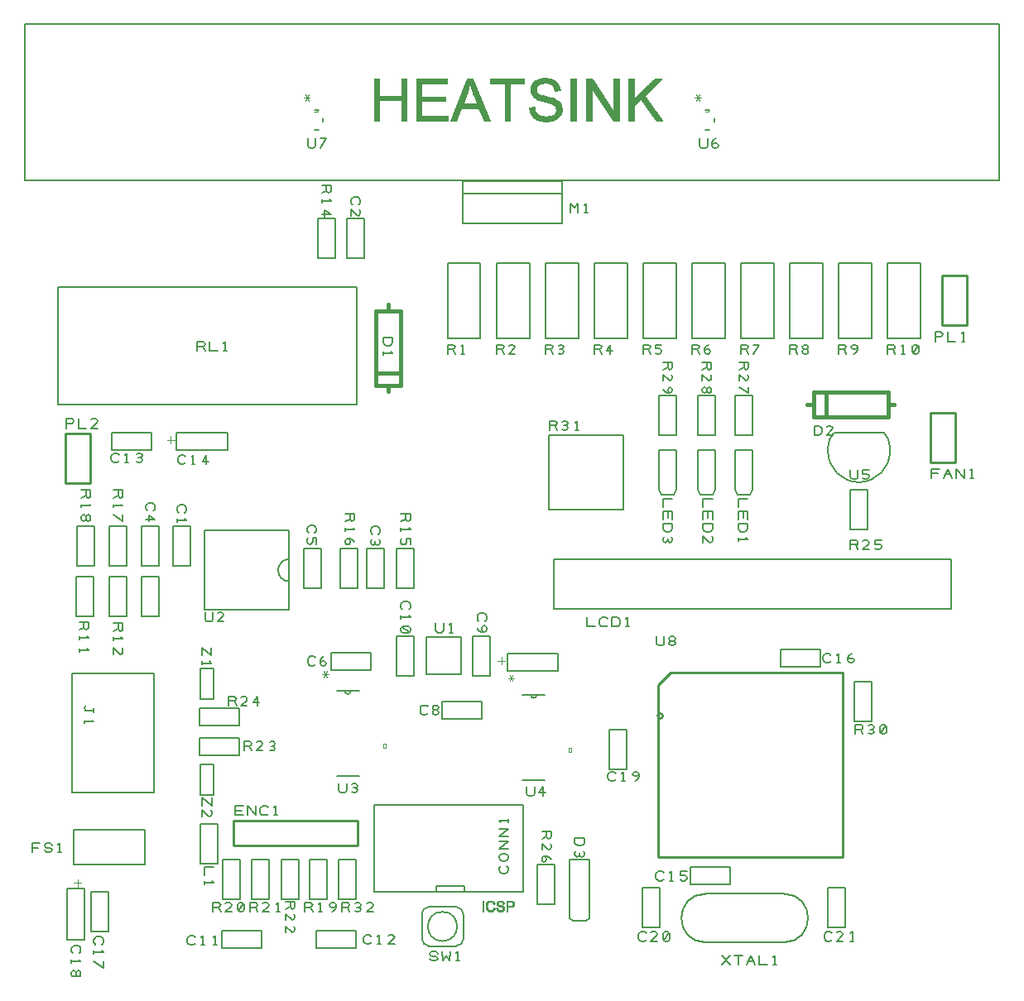
<source format=gto>
%FSLAX23Y23*%
%MOIN*%
G04 EasyPC Gerber Version 16.0.6 Build 3249 *
%ADD11C,0.00100*%
%ADD15C,0.00300*%
%ADD10C,0.00500*%
%ADD14C,0.00600*%
%ADD12C,0.00800*%
%ADD13C,0.01000*%
%ADD16C,0.01600*%
X0Y0D02*
D02*
D10*
X10Y4269D02*
X3932D01*
Y3639*
X10*
Y4269*
X38Y932D02*
Y969D01*
X69*
X63Y950D02*
X38D01*
X88Y941D02*
X91Y935D01*
X97Y932*
X110*
X116Y935*
X119Y941*
X116Y947*
X110Y950*
X97*
X91Y953*
X88Y960*
X91Y966*
X97Y969*
X110*
X116Y966*
X119Y960*
X144Y932D02*
X157D01*
X150D02*
Y969D01*
X144Y963*
X176Y2640D02*
Y2678D01*
X198*
X204Y2675*
X207Y2668*
X204Y2662*
X198Y2659*
X176*
X226Y2678D02*
Y2640D01*
X257*
X301D02*
X276D01*
X298Y2662*
X301Y2668*
X298Y2675*
X291Y2678*
X282*
X276Y2675*
X180Y785D02*
Y579D01*
X250*
Y785*
X180*
X203Y525D02*
X200Y528D01*
X197Y534*
Y544*
X200Y550*
X203Y553*
X209Y556*
X222*
X228Y553*
X231Y550*
X234Y544*
Y534*
X231Y528*
X228Y525*
X197Y500D02*
Y487D01*
Y494D02*
X234D01*
X228Y500*
X216Y447D02*
Y440D01*
X219Y434*
X225Y431*
X231Y434*
X234Y440*
Y447*
X231Y453*
X225Y456*
X219Y453*
X216Y447*
X213Y453*
X206Y456*
X200Y453*
X197Y447*
Y440*
X200Y434*
X206Y431*
X213Y434*
X216Y440*
X199Y1651D02*
X530D01*
Y1174*
X199*
Y1651*
X228Y1859D02*
X266D01*
Y1837*
X263Y1831*
X257Y1828*
X250Y1831*
X247Y1837*
Y1859*
Y1837D02*
X228Y1828D01*
Y1803D02*
Y1790D01*
Y1797D02*
X266D01*
X260Y1803*
X228Y1753D02*
Y1740D01*
Y1747D02*
X266D01*
X260Y1753*
X236Y2391D02*
X274D01*
Y2369*
X271Y2363*
X264Y2359*
X258Y2363*
X255Y2369*
Y2391*
Y2369D02*
X236Y2359D01*
Y2334D02*
Y2322D01*
Y2328D02*
X274D01*
X268Y2334*
X255Y2281D02*
Y2275D01*
X258Y2269*
X264Y2266*
X271Y2269*
X274Y2275*
Y2281*
X271Y2288*
X264Y2291*
X258Y2288*
X255Y2281*
X252Y2288*
X246Y2291*
X239Y2288*
X236Y2281*
Y2275*
X239Y2269*
X246Y2266*
X252Y2269*
X255Y2275*
X254Y1521D02*
X251Y1518D01*
X248Y1511*
X251Y1505*
X254Y1502*
X286*
Y1496*
Y1502D02*
Y1514D01*
X248Y1464D02*
Y1452D01*
Y1458D02*
X286D01*
X279Y1464*
X294Y560D02*
X291Y563D01*
X287Y570*
Y579*
X291Y585*
X294Y588*
X300Y592*
X312*
X319Y588*
X322Y585*
X325Y579*
Y570*
X322Y563*
X319Y560*
X287Y535D02*
Y523D01*
Y529D02*
X325D01*
X319Y535*
X287Y492D02*
X325Y467D01*
Y492*
X286Y1882D02*
Y2042D01*
X216*
Y1882*
X286*
X289Y2086D02*
Y2246D01*
X219*
Y2086*
X289*
X345Y614D02*
Y774D01*
X275*
Y614*
X345*
X366Y1855D02*
X404D01*
Y1833*
X401Y1827*
X394Y1824*
X388Y1827*
X385Y1833*
Y1855*
Y1833D02*
X366Y1824D01*
Y1799D02*
Y1787D01*
Y1793D02*
X404D01*
X397Y1799*
X366Y1730D02*
Y1755D01*
X388Y1733*
X394Y1730*
X401Y1733*
X404Y1740*
Y1749*
X401Y1755*
X366Y2391D02*
X404D01*
Y2369*
X401Y2363*
X394Y2359*
X388Y2363*
X385Y2369*
Y2391*
Y2369D02*
X366Y2359D01*
Y2334D02*
Y2322D01*
Y2328D02*
X404D01*
X397Y2334*
X366Y2291D02*
X404Y2266D01*
Y2291*
X388Y2509D02*
X385Y2506D01*
X379Y2502*
X369*
X363Y2506*
X360Y2509*
X357Y2515*
Y2527*
X360Y2534*
X363Y2537*
X369Y2540*
X379*
X385Y2537*
X388Y2534*
X413Y2502D02*
X426D01*
X419D02*
Y2540D01*
X413Y2534*
X460Y2506D02*
X466Y2502D01*
X472*
X479Y2506*
X482Y2512*
X479Y2518*
X472Y2521*
X466*
X472D02*
X479Y2524D01*
X482Y2531*
X479Y2537*
X472Y2540*
X466*
X460Y2537*
X360Y2553D02*
X520D01*
Y2623*
X360*
Y2553*
X419Y1882D02*
Y2042D01*
X349*
Y1882*
X419*
Y2086D02*
Y2246D01*
X349*
Y2086*
X419*
X479Y2042D02*
Y1882D01*
X549*
Y2042*
X479*
Y2246D02*
Y2086D01*
X549*
Y2246*
X479*
X502Y2308D02*
X499Y2311D01*
X496Y2318*
Y2327*
X499Y2333*
X502Y2336*
X509Y2340*
X521*
X527Y2336*
X531Y2333*
X534Y2327*
Y2318*
X531Y2311*
X527Y2308*
X496Y2274D02*
X534D01*
X509Y2290*
Y2265*
X491Y1024D02*
X207D01*
Y884*
X491*
Y1024*
X628Y2300D02*
X625Y2304D01*
X622Y2310*
Y2319*
X625Y2325*
X628Y2329*
X635Y2332*
X647*
X653Y2329*
X656Y2325*
X660Y2319*
Y2310*
X656Y2304*
X653Y2300*
X622Y2275D02*
Y2263D01*
Y2269D02*
X660D01*
X653Y2275*
X620Y2553D02*
X826D01*
Y2623*
X620*
Y2553*
X656Y2501D02*
X653Y2498D01*
X646Y2495*
X637*
X631Y2498*
X628Y2501*
X625Y2507*
Y2520*
X628Y2526*
X631Y2529*
X637Y2532*
X646*
X653Y2529*
X656Y2526*
X681Y2495D02*
X693D01*
X687D02*
Y2532D01*
X681Y2526*
X740Y2495D02*
Y2532D01*
X725Y2507*
X750*
X695Y564D02*
X692Y561D01*
X686Y558*
X676*
X670Y561*
X667Y564*
X664Y570*
Y583*
X667Y589*
X670Y592*
X676Y595*
X686*
X692Y592*
X695Y589*
X720Y558D02*
X733D01*
X726D02*
Y595D01*
X720Y589*
X770Y558D02*
X783D01*
X776D02*
Y595D01*
X770Y589*
X675Y2086D02*
Y2246D01*
X605*
Y2086*
X675*
X703Y2951D02*
Y2989D01*
X725*
X731Y2986*
X735Y2979*
X731Y2973*
X725Y2970*
X703*
X725D02*
X735Y2951D01*
X753Y2989D02*
Y2951D01*
X785*
X810D02*
X822D01*
X816D02*
Y2989D01*
X810Y2983*
X758Y1757D02*
Y1726D01*
X721Y1757*
Y1726*
Y1701D02*
Y1688D01*
Y1694D02*
X758D01*
X752Y1701*
X714Y1324D02*
X874D01*
Y1394*
X714*
Y1324*
Y1442D02*
X874D01*
Y1512*
X714*
Y1442*
X762Y1151D02*
Y1119D01*
X724Y1151*
Y1119*
Y1076D02*
Y1101D01*
X746Y1079*
X753Y1076*
X759Y1079*
X762Y1085*
Y1094*
X759Y1101*
X716Y1046D02*
Y886D01*
X786*
Y1046*
X716*
X716Y1673D02*
X769D01*
Y1550*
X716*
Y1673*
X770Y871D02*
X732D01*
Y840*
Y815D02*
Y802D01*
Y809D02*
X770D01*
X764Y815*
X735Y1898D02*
Y1870D01*
X738Y1864*
X744Y1861*
X757*
X763Y1864*
X766Y1870*
Y1898*
X810Y1861D02*
X785D01*
X807Y1883*
X810Y1889*
X807Y1895*
X800Y1898*
X791*
X785Y1895*
X766Y691D02*
Y729D01*
X788*
X794Y726*
X798Y720*
X794Y713*
X788Y710*
X766*
X788D02*
X798Y691D01*
X841D02*
X816D01*
X838Y713*
X841Y720*
X838Y726*
X832Y729*
X823*
X816Y726*
X869Y695D02*
X876Y691D01*
X882*
X888Y695*
X891Y701*
Y720*
X888Y726*
X882Y729*
X876*
X869Y726*
X866Y720*
Y701*
X869Y695*
X888Y726*
X769Y1164D02*
X716D01*
Y1287*
X769*
Y1164*
X804Y545D02*
X964D01*
Y615*
X804*
Y545*
X806Y904D02*
Y744D01*
X876*
Y904*
X806*
X829Y1522D02*
Y1560D01*
X851*
X857Y1557*
X861Y1550*
X857Y1544*
X851Y1541*
X829*
X851D02*
X861Y1522D01*
X904D02*
X879D01*
X901Y1544*
X904Y1550*
X901Y1557*
X895Y1560*
X886*
X879Y1557*
X945Y1522D02*
Y1560D01*
X929Y1535*
X954*
X857Y1081D02*
Y1119D01*
X888*
X882Y1100D02*
X857D01*
Y1081D02*
X888D01*
X907D02*
Y1119D01*
X938Y1081*
Y1119*
X988Y1087D02*
X985Y1084D01*
X979Y1081*
X969*
X963Y1084*
X960Y1087*
X957Y1094*
Y1106*
X960Y1112*
X963Y1116*
X969Y1119*
X979*
X985Y1116*
X988Y1112*
X1013Y1081D02*
X1026D01*
X1019D02*
Y1119D01*
X1013Y1112*
X892Y1341D02*
Y1379D01*
X914*
X920Y1375*
X924Y1369*
X920Y1363*
X914Y1360*
X892*
X914D02*
X924Y1341D01*
X967D02*
X942D01*
X964Y1363*
X967Y1369*
X964Y1375*
X958Y1379*
X949*
X942Y1375*
X995Y1344D02*
X1002Y1341D01*
X1008*
X1014Y1344*
X1017Y1350*
X1014Y1357*
X1008Y1360*
X1002*
X1008D02*
X1014Y1363D01*
X1017Y1369*
X1014Y1375*
X1008Y1379*
X1002*
X995Y1375*
X916Y691D02*
Y729D01*
X938*
X944Y726*
X947Y720*
X944Y713*
X938Y710*
X916*
X938D02*
X947Y691D01*
X991D02*
X966D01*
X988Y713*
X991Y720*
X988Y726*
X982Y729*
X972*
X966Y726*
X1022Y691D02*
X1035D01*
X1028D02*
Y729D01*
X1022Y723*
X994Y744D02*
Y904D01*
X924*
Y744*
X994*
X1042Y904D02*
Y744D01*
X1112*
Y904*
X1042*
X1059Y733D02*
X1097D01*
Y711*
X1093Y705*
X1087Y702*
X1081Y705*
X1078Y711*
Y733*
Y711D02*
X1059Y702D01*
Y658D02*
Y683D01*
X1081Y661*
X1087Y658*
X1093Y661*
X1097Y668*
Y677*
X1093Y683*
X1059Y608D02*
Y633D01*
X1081Y611*
X1087Y608*
X1093Y611*
X1097Y618*
Y627*
X1093Y633*
X1074Y2023D02*
G75*
G02X1029Y2068J45D01*
G01*
G75*
G02X1074Y2113I45*
G01*
Y2228D02*
X734D01*
Y1908*
X1074*
Y2228*
X1133Y2156D02*
Y1996D01*
X1203*
Y2156*
X1133*
X1136Y691D02*
Y729D01*
X1158*
X1164Y726*
X1168Y720*
X1164Y713*
X1158Y710*
X1136*
X1158D02*
X1168Y691D01*
X1193D02*
X1205D01*
X1199D02*
Y729D01*
X1193Y723*
X1246Y691D02*
X1252Y695D01*
X1258Y701*
X1261Y710*
Y720*
X1258Y726*
X1252Y729*
X1246*
X1239Y726*
X1236Y720*
X1239Y713*
X1246Y710*
X1252*
X1258Y713*
X1261Y720*
X1152Y2218D02*
X1149Y2221D01*
X1146Y2227*
Y2237*
X1149Y2243*
X1152Y2246*
X1158Y2249*
X1171*
X1177Y2246*
X1180Y2243*
X1183Y2237*
Y2227*
X1180Y2221*
X1177Y2218*
X1149Y2199D02*
X1146Y2193D01*
Y2183*
X1149Y2177*
X1155Y2174*
X1158*
X1164Y2177*
X1168Y2183*
Y2199*
X1183*
Y2174*
X1179Y1690D02*
X1176Y1687D01*
X1170Y1684*
X1161*
X1154Y1687*
X1151Y1690*
X1148Y1696*
Y1709*
X1151Y1715*
X1154Y1718*
X1161Y1721*
X1170*
X1176Y1718*
X1179Y1715*
X1198Y1693D02*
X1201Y1699D01*
X1208Y1702*
X1214*
X1220Y1699*
X1223Y1693*
X1220Y1687*
X1214Y1684*
X1208*
X1201Y1687*
X1198Y1693*
Y1702*
X1201Y1712*
X1208Y1718*
X1214Y1721*
X1148Y3808D02*
Y3780D01*
X1151Y3773*
X1158Y3770*
X1170*
X1176Y3773*
X1179Y3780*
Y3808*
X1198Y3770D02*
X1223Y3808D01*
X1198*
X1156Y904D02*
Y744D01*
X1226*
Y904*
X1156*
X1182Y545D02*
X1342D01*
Y615*
X1182*
Y545*
X1205Y3619D02*
X1242D01*
Y3597*
X1239Y3591*
X1233Y3588*
X1227Y3591*
X1224Y3597*
Y3619*
Y3597D02*
X1205Y3588D01*
Y3563D02*
Y3550D01*
Y3557D02*
X1242D01*
X1236Y3563*
X1205Y3503D02*
X1242D01*
X1217Y3519*
Y3494*
X1258Y3326D02*
Y3486D01*
X1188*
Y3326*
X1258*
X1271Y904D02*
Y744D01*
X1341*
Y904*
X1271*
X1274Y1209D02*
Y1181D01*
X1277Y1175*
X1284Y1172*
X1296*
X1302Y1175*
X1305Y1181*
Y1209*
X1327Y1175D02*
X1334Y1172D01*
X1340*
X1346Y1175*
X1349Y1181*
X1346Y1187*
X1340Y1191*
X1334*
X1340D02*
X1346Y1194D01*
X1349Y1200*
X1346Y1206*
X1340Y1209*
X1334*
X1327Y1206*
X1279Y2156D02*
Y1996D01*
X1349*
Y2156*
X1279*
X1286Y691D02*
Y729D01*
X1308*
X1314Y726*
X1317Y720*
X1314Y713*
X1308Y710*
X1286*
X1308D02*
X1317Y691D01*
X1339Y695D02*
X1345Y691D01*
X1352*
X1358Y695*
X1361Y701*
X1358Y707*
X1352Y710*
X1345*
X1352D02*
X1358Y713D01*
X1361Y720*
X1358Y726*
X1352Y729*
X1345*
X1339Y726*
X1411Y691D02*
X1386D01*
X1408Y713*
X1411Y720*
X1408Y726*
X1402Y729*
X1392*
X1386Y726*
X1299Y2296D02*
X1337D01*
Y2274*
X1334Y2268*
X1327Y2265*
X1321Y2268*
X1318Y2274*
Y2296*
Y2274D02*
X1299Y2265D01*
Y2240D02*
Y2227D01*
Y2234D02*
X1337D01*
X1331Y2240*
X1309Y2196D02*
X1315Y2193D01*
X1318Y2187*
Y2181*
X1315Y2174*
X1309Y2171*
X1302Y2174*
X1299Y2181*
Y2187*
X1302Y2193*
X1309Y2196*
X1318*
X1327Y2193*
X1334Y2187*
X1337Y2181*
X1329Y3541D02*
X1326Y3544D01*
X1323Y3550*
Y3559*
X1326Y3566*
X1329Y3569*
X1335Y3572*
X1348*
X1354Y3569*
X1357Y3566*
X1360Y3559*
Y3550*
X1357Y3544*
X1354Y3541*
X1323Y3497D02*
Y3522D01*
X1345Y3500*
X1351Y3497*
X1357Y3500*
X1360Y3506*
Y3516*
X1357Y3522*
X1345Y2737D02*
X144D01*
Y3210*
X1345*
Y2737*
X1404Y568D02*
X1401Y565D01*
X1394Y562*
X1385*
X1379Y565*
X1376Y568*
X1373Y574*
Y587*
X1376Y593*
X1379Y596*
X1385Y599*
X1394*
X1401Y596*
X1404Y593*
X1429Y562D02*
X1441D01*
X1435D02*
Y599D01*
X1429Y593*
X1498Y562D02*
X1473D01*
X1494Y583*
X1498Y590*
X1494Y596*
X1488Y599*
X1479*
X1473Y596*
X1376Y3326D02*
Y3486D01*
X1306*
Y3326*
X1376*
X1385Y2156D02*
Y1996D01*
X1455*
Y2156*
X1385*
X1408Y2214D02*
X1405Y2217D01*
X1402Y2223*
Y2233*
X1405Y2239*
X1408Y2242*
X1414Y2245*
X1427*
X1433Y2242*
X1436Y2239*
X1439Y2233*
Y2223*
X1436Y2217*
X1433Y2214*
X1405Y2192D02*
X1402Y2186D01*
Y2179*
X1405Y2173*
X1411Y2170*
X1417Y2173*
X1420Y2179*
Y2186*
Y2179D02*
X1424Y2173D01*
X1430Y2170*
X1436Y2173*
X1439Y2179*
Y2186*
X1436Y2192*
X1401Y1737D02*
X1241D01*
Y1667*
X1401*
Y1737*
X1453Y3005D02*
X1490D01*
Y2986*
X1487Y2980*
X1484Y2977*
X1478Y2974*
X1465*
X1459Y2977*
X1456Y2980*
X1453Y2986*
Y3005*
Y2949D02*
Y2936D01*
Y2942D02*
X1490D01*
X1484Y2949*
X1530Y1911D02*
X1527Y1914D01*
X1524Y1920*
Y1929*
X1527Y1936*
X1530Y1939*
X1536Y1942*
X1549*
X1555Y1939*
X1558Y1936*
X1561Y1929*
Y1920*
X1558Y1914*
X1555Y1911*
X1524Y1886D02*
Y1873D01*
Y1879D02*
X1561D01*
X1555Y1886*
X1527Y1839D02*
X1524Y1833D01*
Y1826*
X1527Y1820*
X1533Y1817*
X1552*
X1558Y1820*
X1561Y1826*
Y1833*
X1558Y1839*
X1552Y1842*
X1533*
X1527Y1839*
X1558Y1820*
X1524Y2296D02*
X1561D01*
Y2274*
X1558Y2268*
X1552Y2265*
X1546Y2268*
X1542Y2274*
Y2296*
Y2274D02*
X1524Y2265D01*
Y2240D02*
Y2227D01*
Y2234D02*
X1561D01*
X1555Y2240*
X1527Y2196D02*
X1524Y2190D01*
Y2181*
X1527Y2174*
X1533Y2171*
X1536*
X1542Y2174*
X1546Y2181*
Y2196*
X1561*
Y2171*
X1577Y1641D02*
Y1801D01*
X1507*
Y1641*
X1577*
Y1996D02*
Y2156D01*
X1507*
Y1996*
X1577*
X1632Y1493D02*
X1629Y1490D01*
X1623Y1487*
X1613*
X1607Y1490*
X1604Y1493*
X1601Y1499*
Y1512*
X1604Y1518*
X1607Y1521*
X1613Y1524*
X1623*
X1629Y1521*
X1632Y1518*
X1660Y1505D02*
X1667D01*
X1673Y1509*
X1676Y1515*
X1673Y1521*
X1667Y1524*
X1660*
X1654Y1521*
X1651Y1515*
X1654Y1509*
X1660Y1505*
X1654Y1502*
X1651Y1496*
X1654Y1490*
X1660Y1487*
X1667*
X1673Y1490*
X1676Y1496*
X1673Y1502*
X1667Y1505*
X1640Y504D02*
X1643Y498D01*
X1650Y495*
X1662*
X1668Y498*
X1672Y504*
X1668Y510*
X1662Y513*
X1650*
X1643Y516*
X1640Y523*
X1643Y529*
X1650Y532*
X1662*
X1668Y529*
X1672Y523*
X1690Y532D02*
X1693Y495D01*
X1706Y513*
X1718Y495*
X1722Y532*
X1747Y495D02*
X1759D01*
X1753D02*
Y532D01*
X1747Y526*
X1664Y1855D02*
Y1827D01*
X1667Y1821*
X1673Y1817*
X1686*
X1692Y1821*
X1695Y1827*
Y1855*
X1720Y1817D02*
X1733D01*
X1726D02*
Y1855D01*
X1720Y1849*
X1690Y1470D02*
X1850D01*
Y1540*
X1690*
Y1470*
X1691Y574D02*
G75*
G03Y692J59D01*
G01*
G75*
G03Y574J-59*
G01*
X1711Y2939D02*
Y2977D01*
X1733*
X1739Y2974*
X1742Y2968*
X1739Y2961*
X1733Y2958*
X1711*
X1733D02*
X1742Y2939D01*
X1767D02*
X1780D01*
X1774D02*
Y2977D01*
X1767Y2971*
X1746Y712D02*
X1637D01*
G75*
G03X1608Y682J-30*
G01*
Y584*
G75*
G03X1637Y554I30*
G01*
X1746*
G75*
G03X1775Y584J30*
G01*
Y682*
G75*
G03X1746Y712I-30*
G01*
X1765Y1650D02*
Y1800D01*
X1625*
Y1650*
X1764*
X1771Y3585D02*
X2171D01*
X1771Y3635D02*
Y3465D01*
X2171*
Y3635*
X1771*
X1778Y771D02*
Y796D01*
X1665*
Y771*
X1778*
X1837Y1863D02*
X1834Y1867D01*
X1831Y1873*
Y1882*
X1834Y1888*
X1837Y1892*
X1843Y1895*
X1856*
X1862Y1892*
X1865Y1888*
X1868Y1882*
Y1873*
X1865Y1867*
X1862Y1863*
X1831Y1835D02*
X1834Y1829D01*
X1840Y1823*
X1850Y1820*
X1859*
X1865Y1823*
X1868Y1829*
Y1835*
X1865Y1842*
X1859Y1845*
X1853Y1842*
X1850Y1835*
Y1829*
X1853Y1823*
X1859Y1820*
X1884Y1641D02*
Y1801D01*
X1814*
Y1641*
X1884*
X1908Y2939D02*
Y2977D01*
X1930*
X1936Y2974*
X1939Y2968*
X1936Y2961*
X1930Y2958*
X1908*
X1930D02*
X1939Y2939D01*
X1983D02*
X1958D01*
X1980Y2961*
X1983Y2968*
X1980Y2974*
X1974Y2977*
X1964*
X1958Y2974*
X1951Y1663D02*
X2157D01*
Y1733*
X1951*
Y1663*
X1950Y877D02*
X1953Y874D01*
X1956Y868*
Y859*
X1953Y852*
X1950Y849*
X1944Y846*
X1931*
X1925Y849*
X1922Y852*
X1919Y859*
Y868*
X1922Y874*
X1925Y877*
X1944Y896D02*
X1931D01*
X1925Y899*
X1922Y902*
X1919Y909*
Y915*
X1922Y921*
X1925Y924*
X1931Y927*
X1944*
X1950Y924*
X1953Y921*
X1956Y915*
Y909*
X1953Y902*
X1950Y899*
X1944Y896*
X1956Y946D02*
X1919D01*
X1956Y977*
X1919*
X1956Y996D02*
X1919D01*
X1956Y1027*
X1919*
X1956Y1052D02*
Y1065D01*
Y1059D02*
X1919D01*
X1925Y1052*
X2015Y771D02*
Y1121D01*
X1415*
Y771*
X2015*
X2030Y1197D02*
Y1169D01*
X2033Y1163*
X2039Y1160*
X2052*
X2058Y1163*
X2061Y1169*
Y1197*
X2096Y1160D02*
Y1197D01*
X2080Y1172*
X2105*
X2074Y884D02*
Y724D01*
X2144*
Y884*
X2074*
X2091Y1017D02*
X2128D01*
Y995*
X2125Y989*
X2119Y985*
X2112Y989*
X2109Y995*
Y1017*
Y995D02*
X2091Y985D01*
Y942D02*
Y967D01*
X2112Y945*
X2119Y942*
X2125Y945*
X2128Y951*
Y960*
X2125Y967*
X2100Y917D02*
X2106Y914D01*
X2109Y907*
Y901*
X2106Y895*
X2100Y892*
X2094Y895*
X2091Y901*
Y907*
X2094Y914*
X2100Y917*
X2109*
X2119Y914*
X2125Y907*
X2128Y901*
X2105Y2939D02*
Y2977D01*
X2127*
X2133Y2974*
X2136Y2968*
X2133Y2961*
X2127Y2958*
X2105*
X2127D02*
X2136Y2939D01*
X2158Y2943D02*
X2164Y2939D01*
X2170*
X2177Y2943*
X2180Y2949*
X2177Y2955*
X2170Y2958*
X2164*
X2170D02*
X2177Y2961D01*
X2180Y2968*
X2177Y2974*
X2170Y2977*
X2164*
X2158Y2974*
X2121Y2632D02*
Y2670D01*
X2142*
X2149Y2667*
X2152Y2661*
X2149Y2654*
X2142Y2651*
X2121*
X2142D02*
X2152Y2632D01*
X2174Y2636D02*
X2180Y2632D01*
X2186*
X2192Y2636*
X2196Y2642*
X2192Y2648*
X2186Y2651*
X2180*
X2186D02*
X2192Y2654D01*
X2196Y2661*
X2192Y2667*
X2186Y2670*
X2180*
X2174Y2667*
X2227Y2632D02*
X2239D01*
X2233D02*
Y2670D01*
X2227Y2664*
X2138Y1913D02*
Y2113D01*
X3738*
Y1913*
X2138*
X2206Y3509D02*
Y3546D01*
X2222Y3528*
X2237Y3546*
Y3509*
X2262D02*
X2275D01*
X2269D02*
Y3546D01*
X2262Y3540*
X2224Y989D02*
X2262D01*
Y970*
X2259Y964*
X2256Y961*
X2249Y958*
X2237*
X2231Y961*
X2228Y964*
X2224Y970*
Y989*
X2228Y936D02*
X2224Y930D01*
Y924*
X2228Y917*
X2234Y914*
X2240Y917*
X2243Y924*
Y930*
Y924D02*
X2246Y917D01*
X2253Y914*
X2259Y917*
X2262Y924*
Y930*
X2259Y936*
X2274Y1879D02*
Y1841D01*
X2305*
X2355Y1847D02*
X2352Y1844D01*
X2346Y1841*
X2337*
X2330Y1844*
X2327Y1847*
X2324Y1854*
Y1866*
X2327Y1872*
X2330Y1875*
X2337Y1879*
X2346*
X2352Y1875*
X2355Y1872*
X2374Y1841D02*
Y1879D01*
X2393*
X2399Y1875*
X2402Y1872*
X2405Y1866*
Y1854*
X2402Y1847*
X2399Y1844*
X2393Y1841*
X2374*
X2430D02*
X2443D01*
X2437D02*
Y1879D01*
X2430Y1872*
X2283Y666D02*
Y901D01*
X2203*
Y666*
X2215Y656*
X2270*
X2283Y666*
X2302Y2939D02*
Y2977D01*
X2324*
X2330Y2974*
X2333Y2968*
X2330Y2961*
X2324Y2958*
X2302*
X2324D02*
X2333Y2939D01*
X2367D02*
Y2977D01*
X2352Y2952*
X2377*
X2388Y1225D02*
X2385Y1222D01*
X2379Y1219*
X2369*
X2363Y1222*
X2360Y1225*
X2357Y1232*
Y1244*
X2360Y1250*
X2363Y1253*
X2369Y1257*
X2379*
X2385Y1253*
X2388Y1250*
X2413Y1219D02*
X2426D01*
X2419D02*
Y1257D01*
X2413Y1250*
X2466Y1219D02*
X2472Y1222D01*
X2479Y1228*
X2482Y1238*
Y1247*
X2479Y1253*
X2472Y1257*
X2466*
X2460Y1253*
X2457Y1247*
X2460Y1241*
X2466Y1238*
X2472*
X2479Y1241*
X2482Y1247*
X2361Y1427D02*
Y1267D01*
X2431*
Y1427*
X2361*
X2419Y2612D02*
Y2312D01*
X2119*
Y2612*
X2419*
X2511Y580D02*
X2508Y577D01*
X2502Y574*
X2493*
X2486Y577*
X2483Y580*
X2480Y587*
Y599*
X2483Y605*
X2486Y608*
X2493Y612*
X2502*
X2508Y608*
X2511Y605*
X2555Y574D02*
X2530D01*
X2552Y596*
X2555Y602*
X2552Y608*
X2546Y612*
X2536*
X2530Y608*
X2583Y577D02*
X2589Y574D01*
X2596*
X2602Y577*
X2605Y583*
Y602*
X2602Y608*
X2596Y612*
X2589*
X2583Y608*
X2580Y602*
Y583*
X2583Y577*
X2602Y608*
X2495Y790D02*
Y630D01*
X2565*
Y790*
X2495*
X2499Y2939D02*
Y2977D01*
X2520*
X2527Y2974*
X2530Y2968*
X2527Y2961*
X2520Y2958*
X2499*
X2520D02*
X2530Y2939D01*
X2549Y2943D02*
X2555Y2939D01*
X2564*
X2570Y2943*
X2574Y2949*
Y2952*
X2570Y2958*
X2564Y2961*
X2549*
Y2977*
X2574*
X2581Y824D02*
X2578Y821D01*
X2572Y817*
X2562*
X2556Y821*
X2553Y824*
X2550Y830*
Y842*
X2553Y849*
X2556Y852*
X2562Y855*
X2572*
X2578Y852*
X2581Y849*
X2606Y817D02*
X2618D01*
X2612D02*
Y855D01*
X2606Y849*
X2650Y821D02*
X2656Y817D01*
X2665*
X2672Y821*
X2675Y827*
Y830*
X2672Y836*
X2665Y839*
X2650*
Y855*
X2675*
X2553Y1802D02*
Y1774D01*
X2556Y1768*
X2562Y1765*
X2575*
X2581Y1768*
X2584Y1774*
Y1802*
X2612Y1784D02*
X2618D01*
X2625Y1787*
X2628Y1793*
X2625Y1799*
X2618Y1802*
X2612*
X2606Y1799*
X2603Y1793*
X2606Y1787*
X2612Y1784*
X2606Y1781*
X2603Y1774*
X2606Y1768*
X2612Y1765*
X2618*
X2625Y1768*
X2628Y1774*
X2625Y1781*
X2618Y1784*
X2562Y2774D02*
Y2614D01*
X2632*
Y2774*
X2562*
X2616Y2355D02*
X2579D01*
Y2324*
Y2305D02*
X2616D01*
Y2274*
X2598Y2280D02*
Y2305D01*
X2579D02*
Y2274D01*
Y2255D02*
X2616D01*
Y2237*
X2613Y2230*
X2610Y2227*
X2604Y2224*
X2591*
X2585Y2227*
X2582Y2230*
X2579Y2237*
Y2255*
X2582Y2202D02*
X2579Y2196D01*
Y2190*
X2582Y2183*
X2588Y2180*
X2594Y2183*
X2598Y2190*
Y2196*
Y2190D02*
X2601Y2183D01*
X2607Y2180*
X2613Y2183*
X2616Y2190*
Y2196*
X2613Y2202*
X2579Y2906D02*
X2616D01*
Y2885*
X2613Y2878*
X2607Y2875*
X2601Y2878*
X2598Y2885*
Y2906*
Y2885D02*
X2579Y2875D01*
Y2831D02*
Y2856D01*
X2601Y2835*
X2607Y2831*
X2613Y2835*
X2616Y2841*
Y2850*
X2613Y2856*
X2579Y2797D02*
X2582Y2791D01*
X2588Y2785*
X2598Y2781*
X2607*
X2613Y2785*
X2616Y2791*
Y2797*
X2613Y2803*
X2607Y2806*
X2601Y2803*
X2598Y2797*
Y2791*
X2601Y2785*
X2607Y2781*
X2632Y2393D02*
Y2553D01*
X2562*
Y2393*
X2573Y2374*
X2623*
X2632Y2393*
X2695Y2939D02*
Y2977D01*
X2717*
X2724Y2974*
X2727Y2968*
X2724Y2961*
X2717Y2958*
X2695*
X2717D02*
X2727Y2939D01*
X2745Y2949D02*
X2749Y2955D01*
X2755Y2958*
X2761*
X2767Y2955*
X2770Y2949*
X2767Y2943*
X2761Y2939*
X2755*
X2749Y2943*
X2745Y2949*
Y2958*
X2749Y2968*
X2755Y2974*
X2761Y2977*
X2719Y2774D02*
Y2614D01*
X2789*
Y2774*
X2719*
X2736Y2906D02*
X2774D01*
Y2885*
X2771Y2878*
X2764Y2875*
X2758Y2878*
X2755Y2885*
Y2906*
Y2885D02*
X2736Y2875D01*
Y2831D02*
Y2856D01*
X2758Y2835*
X2764Y2831*
X2771Y2835*
X2774Y2841*
Y2850*
X2771Y2856*
X2755Y2797D02*
Y2791D01*
X2758Y2785*
X2764Y2781*
X2771Y2785*
X2774Y2791*
Y2797*
X2771Y2803*
X2764Y2806*
X2758Y2803*
X2755Y2797*
X2752Y2803*
X2746Y2806*
X2739Y2803*
X2736Y2797*
Y2791*
X2739Y2785*
X2746Y2781*
X2752Y2785*
X2755Y2791*
X2727Y3808D02*
Y3780D01*
X2730Y3773*
X2736Y3770*
X2749*
X2755Y3773*
X2758Y3780*
Y3808*
X2777Y3780D02*
X2780Y3786D01*
X2786Y3789*
X2793*
X2799Y3786*
X2802Y3780*
X2799Y3773*
X2793Y3770*
X2786*
X2780Y3773*
X2777Y3780*
Y3789*
X2780Y3798*
X2786Y3805*
X2793Y3808*
X2778Y2355D02*
X2740D01*
Y2324*
Y2305D02*
X2778D01*
Y2274*
X2759Y2280D02*
Y2305D01*
X2740D02*
Y2274D01*
Y2255D02*
X2778D01*
Y2237*
X2775Y2230*
X2771Y2227*
X2765Y2224*
X2753*
X2746Y2227*
X2743Y2230*
X2740Y2237*
Y2255*
Y2180D02*
Y2205D01*
X2762Y2183*
X2768Y2180*
X2775Y2183*
X2778Y2190*
Y2199*
X2775Y2205*
X2751Y568D02*
X3062D01*
X2751Y765D02*
X3065D01*
X2751D02*
G75*
G03Y568J-98D01*
G01*
G75*
G02Y765J98*
G01*
X2789Y2393D02*
Y2553D01*
X2719*
Y2393*
X2730Y2374*
X2780*
X2789Y2393*
X2817Y479D02*
X2849Y516D01*
X2817D02*
X2849Y479D01*
X2883D02*
Y516D01*
X2867D02*
X2899D01*
X2917Y479D02*
X2933Y516D01*
X2949Y479*
X2924Y494D02*
X2942D01*
X2967Y516D02*
Y479D01*
X2999*
X3024D02*
X3036D01*
X3030D02*
Y516D01*
X3024Y510*
X2850Y871D02*
X2690D01*
Y801*
X2850*
Y871*
X2869Y2774D02*
Y2614D01*
X2939*
Y2774*
X2869*
X2919Y2355D02*
X2882D01*
Y2324*
Y2305D02*
X2919D01*
Y2274*
X2901Y2280D02*
Y2305D01*
X2882D02*
Y2274D01*
Y2255D02*
X2919D01*
Y2237*
X2916Y2230*
X2913Y2227*
X2907Y2224*
X2894*
X2888Y2227*
X2885Y2230*
X2882Y2237*
Y2255*
Y2199D02*
Y2187D01*
Y2193D02*
X2919D01*
X2913Y2199*
X2886Y2906D02*
X2923D01*
Y2885*
X2920Y2878*
X2914Y2875*
X2908Y2878*
X2905Y2885*
Y2906*
Y2885D02*
X2886Y2875D01*
Y2831D02*
Y2856D01*
X2908Y2835*
X2914Y2831*
X2920Y2835*
X2923Y2841*
Y2850*
X2920Y2856*
X2886Y2806D02*
X2923Y2781D01*
Y2806*
X2892Y2939D02*
Y2977D01*
X2914*
X2920Y2974*
X2924Y2968*
X2920Y2961*
X2914Y2958*
X2892*
X2914D02*
X2924Y2939D01*
X2942D02*
X2967Y2977D01*
X2942*
X2939Y2393D02*
Y2553D01*
X2869*
Y2393*
X2880Y2374*
X2930*
X2939Y2393*
X3052Y1679D02*
X3212D01*
Y1749*
X3052*
Y1679*
X3065Y765D02*
G75*
G02Y568J-98D01*
G01*
G75*
G03Y765J98*
G01*
X3089Y2939D02*
Y2977D01*
X3111*
X3117Y2974*
X3120Y2968*
X3117Y2961*
X3111Y2958*
X3089*
X3111D02*
X3120Y2939D01*
X3148Y2958D02*
X3155D01*
X3161Y2961*
X3164Y2968*
X3161Y2974*
X3155Y2977*
X3148*
X3142Y2974*
X3139Y2968*
X3142Y2961*
X3148Y2958*
X3142Y2955*
X3139Y2949*
X3142Y2943*
X3148Y2939*
X3155*
X3161Y2943*
X3164Y2949*
X3161Y2955*
X3155Y2958*
X3188Y2613D02*
Y2650D01*
X3206*
X3213Y2647*
X3216Y2644*
X3219Y2638*
Y2625*
X3216Y2619*
X3213Y2616*
X3206Y2613*
X3188*
X3263D02*
X3238D01*
X3259Y2635*
X3263Y2641*
X3259Y2647*
X3253Y2650*
X3244*
X3238Y2647*
X3254Y1702D02*
X3251Y1699D01*
X3245Y1695*
X3235*
X3229Y1699*
X3226Y1702*
X3223Y1708*
Y1720*
X3226Y1727*
X3229Y1730*
X3235Y1733*
X3245*
X3251Y1730*
X3254Y1727*
X3279Y1695D02*
X3292D01*
X3285D02*
Y1733D01*
X3279Y1727*
X3323Y1705D02*
X3326Y1711D01*
X3332Y1714*
X3339*
X3345Y1711*
X3348Y1705*
X3345Y1699*
X3339Y1695*
X3332*
X3326Y1699*
X3323Y1705*
Y1714*
X3326Y1724*
X3332Y1730*
X3339Y1733*
X3259Y580D02*
X3256Y577D01*
X3250Y574*
X3241*
X3234Y577*
X3231Y580*
X3228Y587*
Y599*
X3231Y605*
X3234Y608*
X3241Y612*
X3250*
X3256Y608*
X3259Y605*
X3303Y574D02*
X3278D01*
X3300Y596*
X3303Y602*
X3300Y608*
X3294Y612*
X3284*
X3278Y608*
X3334Y574D02*
X3347D01*
X3341D02*
Y612D01*
X3334Y605*
X3243Y790D02*
Y630D01*
X3313*
Y790*
X3243*
X3286Y2939D02*
Y2977D01*
X3308*
X3314Y2974*
X3317Y2968*
X3314Y2961*
X3308Y2958*
X3286*
X3308D02*
X3317Y2939D01*
X3345D02*
X3352Y2943D01*
X3358Y2949*
X3361Y2958*
Y2968*
X3358Y2974*
X3352Y2977*
X3345*
X3339Y2974*
X3336Y2968*
X3339Y2961*
X3345Y2958*
X3352*
X3358Y2961*
X3361Y2968*
X3333Y2152D02*
Y2190D01*
X3355*
X3361Y2186*
X3364Y2180*
X3361Y2174*
X3355Y2171*
X3333*
X3355D02*
X3364Y2152D01*
X3408D02*
X3383D01*
X3405Y2174*
X3408Y2180*
X3405Y2186*
X3399Y2190*
X3389*
X3383Y2186*
X3433Y2155D02*
X3439Y2152D01*
X3449*
X3455Y2155*
X3458Y2161*
Y2165*
X3455Y2171*
X3449Y2174*
X3433*
Y2190*
X3458*
X3333Y2473D02*
Y2445D01*
X3336Y2439*
X3343Y2436*
X3355*
X3361Y2439*
X3364Y2445*
Y2473*
X3383Y2439D02*
X3389Y2436D01*
X3399*
X3405Y2439*
X3408Y2445*
Y2448*
X3405Y2454*
X3399Y2457*
X3383*
Y2473*
X3408*
X3353Y1408D02*
Y1445D01*
X3375*
X3381Y1442*
X3384Y1436*
X3381Y1430*
X3375Y1427*
X3353*
X3375D02*
X3384Y1408D01*
X3406Y1411D02*
X3412Y1408D01*
X3419*
X3425Y1411*
X3428Y1417*
X3425Y1424*
X3419Y1427*
X3412*
X3419D02*
X3425Y1430D01*
X3428Y1436*
X3425Y1442*
X3419Y1445*
X3412*
X3406Y1442*
X3456Y1411D02*
X3462Y1408D01*
X3469*
X3475Y1411*
X3478Y1417*
Y1436*
X3475Y1442*
X3469Y1445*
X3462*
X3456Y1442*
X3453Y1436*
Y1417*
X3456Y1411*
X3475Y1442*
X3404Y2232D02*
Y2392D01*
X3334*
Y2232*
X3404*
X3419Y1460D02*
Y1620D01*
X3349*
Y1460*
X3419*
X3483Y2939D02*
Y2977D01*
X3505*
X3511Y2974*
X3514Y2968*
X3511Y2961*
X3505Y2958*
X3483*
X3505D02*
X3514Y2939D01*
X3539D02*
X3552D01*
X3545D02*
Y2977D01*
X3539Y2971*
X3586Y2943D02*
X3592Y2939D01*
X3598*
X3605Y2943*
X3608Y2949*
Y2968*
X3605Y2974*
X3598Y2977*
X3592*
X3586Y2974*
X3583Y2968*
Y2949*
X3586Y2943*
X3605Y2974*
X3493Y2548D02*
G75*
G02X3368Y2423I-125D01*
G01*
G75*
G02X3243Y2548J125*
G01*
Y2563*
G75*
G02X3268Y2623I85J0*
G01*
X3468*
G75*
G02X3493Y2563I-60J-60*
G01*
Y2548*
X3660Y2439D02*
Y2477D01*
X3691*
X3685Y2458D02*
X3660D01*
X3710Y2439D02*
X3726Y2477D01*
X3741Y2439*
X3716Y2455D02*
X3735D01*
X3760Y2439D02*
Y2477D01*
X3791Y2439*
Y2477*
X3816Y2439D02*
X3829D01*
X3822D02*
Y2477D01*
X3816Y2471*
X3676Y2990D02*
Y3028D01*
X3697*
X3704Y3024*
X3707Y3018*
X3704Y3012*
X3697Y3009*
X3676*
X3726Y3028D02*
Y2990D01*
X3757*
X3782D02*
X3794D01*
X3788D02*
Y3028D01*
X3782Y3021*
D02*
D11*
X206Y808D02*
X236D01*
X221Y793D02*
Y823D01*
X597Y2579D02*
Y2608D01*
X612Y2593D02*
X582D01*
X1462Y1368D02*
Y1353D01*
X1452*
Y1368*
X1462*
X1856Y694D02*
X1851D01*
Y736*
X1856*
Y694*
X1902Y707D02*
X1899Y701D01*
X1895Y696*
X1891Y694*
X1884Y693*
X1880*
X1876Y695*
X1872Y697*
X1869Y699*
X1866Y706*
X1865Y715*
X1866Y725*
X1870Y732*
X1877Y736*
X1884Y737*
X1890Y736*
X1895Y734*
X1899Y730*
X1901Y725*
X1895Y724*
X1894Y728*
X1891Y730*
X1888Y732*
X1884Y732*
X1878Y731*
X1874Y728*
X1871Y722*
X1870Y715*
X1871Y707*
X1874Y702*
X1878Y699*
X1884Y698*
X1888Y699*
X1891Y700*
X1895Y704*
X1896Y709*
X1902Y707*
X1933Y724D02*
X1932Y728D01*
X1931Y730*
X1928Y732*
X1924Y732*
X1920Y732*
X1917Y731*
X1915Y729*
X1914Y726*
X1915Y723*
X1916Y721*
X1919Y720*
X1924Y719*
X1928Y718*
X1932Y717*
X1938Y713*
X1940Y710*
X1940Y706*
X1940Y701*
X1936Y697*
X1931Y694*
X1925Y693*
X1917Y694*
X1912Y697*
X1909Y702*
X1907Y707*
X1913Y708*
X1914Y703*
X1917Y700*
X1921Y699*
X1925Y698*
X1928Y699*
X1932Y699*
X1934Y702*
X1935Y705*
X1934Y708*
X1932Y710*
X1928Y712*
X1922Y714*
X1916Y715*
X1912Y718*
X1910Y721*
X1909Y725*
X1910Y730*
X1913Y734*
X1917Y736*
X1923Y737*
X1929Y736*
X1934Y734*
X1937Y729*
X1939Y725*
X1933Y724*
X1948Y736D02*
X1964D01*
X1971Y736*
X1976Y734*
X1980Y730*
X1980Y724*
X1980Y719*
X1977Y714*
X1972Y712*
X1965Y711*
X1954*
Y694*
X1948*
Y736*
X1954Y716D02*
X1965D01*
X1969Y717*
X1973Y718*
X1974Y721*
X1975Y724*
X1973Y729*
X1970Y731*
X1968Y732*
X1965*
X1954*
Y716*
X1880Y693D02*
X1885D01*
X1924D02*
X1925D01*
X1851Y694D02*
X1856D01*
X1877D02*
X1891D01*
X1917D02*
X1931D01*
X1948D02*
X1954D01*
X1851Y695D02*
X1856D01*
X1875D02*
X1893D01*
X1916D02*
X1933D01*
X1948D02*
X1954D01*
X1851Y696D02*
X1856D01*
X1874D02*
X1895D01*
X1914D02*
X1934D01*
X1948D02*
X1954D01*
X1851Y697D02*
X1856D01*
X1872D02*
X1896D01*
X1912D02*
X1936D01*
X1948D02*
X1954D01*
X1851Y698D02*
X1856D01*
X1871D02*
X1884D01*
X1884D02*
X1897D01*
X1911D02*
X1925D01*
X1925D02*
X1937D01*
X1948D02*
X1954D01*
X1851Y699D02*
X1856D01*
X1870D02*
X1878D01*
X1889D02*
X1898D01*
X1911D02*
X1920D01*
X1929D02*
X1938D01*
X1948D02*
X1954D01*
X1851Y700D02*
X1856D01*
X1869D02*
X1877D01*
X1890D02*
X1898D01*
X1910D02*
X1918D01*
X1933D02*
X1938D01*
X1948D02*
X1954D01*
X1851Y701D02*
X1856D01*
X1869D02*
X1876D01*
X1892D02*
X1899D01*
X1910D02*
X1916D01*
X1933D02*
X1939D01*
X1948D02*
X1954D01*
X1851Y702D02*
X1856D01*
X1868D02*
X1874D01*
X1893D02*
X1900D01*
X1909D02*
X1915D01*
X1934D02*
X1940D01*
X1948D02*
X1954D01*
X1851Y703D02*
X1856D01*
X1868D02*
X1874D01*
X1893D02*
X1900D01*
X1909D02*
X1914D01*
X1934D02*
X1940D01*
X1948D02*
X1954D01*
X1851Y703D02*
X1856D01*
X1868D02*
X1873D01*
X1894D02*
X1900D01*
X1908D02*
X1914D01*
X1934D02*
X1940D01*
X1948D02*
X1954D01*
X1851Y704D02*
X1856D01*
X1867D02*
X1873D01*
X1895D02*
X1901D01*
X1908D02*
X1913D01*
X1935D02*
X1940D01*
X1948D02*
X1954D01*
X1851Y705D02*
X1856D01*
X1867D02*
X1872D01*
X1895D02*
X1901D01*
X1908D02*
X1913D01*
X1935D02*
X1940D01*
X1948D02*
X1954D01*
X1851Y706D02*
X1856D01*
X1866D02*
X1872D01*
X1895D02*
X1901D01*
X1908D02*
X1913D01*
X1934D02*
X1940D01*
X1948D02*
X1954D01*
X1851Y707D02*
X1856D01*
X1866D02*
X1871D01*
X1896D02*
X1902D01*
X1907D02*
X1913D01*
X1934D02*
X1940D01*
X1948D02*
X1954D01*
X1851Y708D02*
X1856D01*
X1866D02*
X1871D01*
X1896D02*
X1899D01*
X1934D02*
X1940D01*
X1948D02*
X1954D01*
X1851Y709D02*
X1856D01*
X1866D02*
X1871D01*
X1933D02*
X1940D01*
X1948D02*
X1954D01*
X1851Y710D02*
X1856D01*
X1866D02*
X1871D01*
X1932D02*
X1939D01*
X1948D02*
X1954D01*
X1851Y711D02*
X1856D01*
X1865D02*
X1871D01*
X1930D02*
X1939D01*
X1948D02*
X1954D01*
X1851Y712D02*
X1856D01*
X1865D02*
X1871D01*
X1928D02*
X1938D01*
X1948D02*
X1971D01*
X1851Y713D02*
X1856D01*
X1865D02*
X1870D01*
X1925D02*
X1938D01*
X1948D02*
X1973D01*
X1851Y714D02*
X1856D01*
X1865D02*
X1870D01*
X1921D02*
X1937D01*
X1948D02*
X1975D01*
X1851Y715D02*
X1856D01*
X1865D02*
X1870D01*
X1918D02*
X1935D01*
X1948D02*
X1977D01*
X1851Y716D02*
X1856D01*
X1865D02*
X1870D01*
X1915D02*
X1934D01*
X1948D02*
X1977D01*
X1851Y717D02*
X1856D01*
X1865D02*
X1870D01*
X1914D02*
X1933D01*
X1948D02*
X1954D01*
X1968D02*
X1978D01*
X1851Y717D02*
X1856D01*
X1865D02*
X1870D01*
X1913D02*
X1928D01*
X1948D02*
X1954D01*
X1973D02*
X1979D01*
X1851Y718D02*
X1856D01*
X1865D02*
X1871D01*
X1912D02*
X1926D01*
X1948D02*
X1954D01*
X1973D02*
X1979D01*
X1851Y719D02*
X1856D01*
X1865D02*
X1871D01*
X1911D02*
X1922D01*
X1948D02*
X1954D01*
X1974D02*
X1980D01*
X1851Y720D02*
X1856D01*
X1866D02*
X1871D01*
X1910D02*
X1918D01*
X1948D02*
X1954D01*
X1974D02*
X1980D01*
X1851Y721D02*
X1856D01*
X1866D02*
X1871D01*
X1910D02*
X1916D01*
X1948D02*
X1954D01*
X1974D02*
X1980D01*
X1851Y722D02*
X1856D01*
X1866D02*
X1871D01*
X1909D02*
X1916D01*
X1948D02*
X1954D01*
X1975D02*
X1980D01*
X1851Y723D02*
X1856D01*
X1866D02*
X1872D01*
X1909D02*
X1915D01*
X1948D02*
X1954D01*
X1975D02*
X1980D01*
X1851Y724D02*
X1856D01*
X1866D02*
X1872D01*
X1895D02*
X1896D01*
X1909D02*
X1915D01*
X1933D02*
X1935D01*
X1948D02*
X1954D01*
X1975D02*
X1980D01*
X1851Y725D02*
X1856D01*
X1866D02*
X1873D01*
X1895D02*
X1900D01*
X1909D02*
X1915D01*
X1933D02*
X1939D01*
X1948D02*
X1954D01*
X1975D02*
X1980D01*
X1851Y726D02*
X1856D01*
X1867D02*
X1873D01*
X1895D02*
X1901D01*
X1909D02*
X1914D01*
X1933D02*
X1938D01*
X1948D02*
X1954D01*
X1974D02*
X1980D01*
X1851Y727D02*
X1856D01*
X1868D02*
X1874D01*
X1894D02*
X1900D01*
X1909D02*
X1915D01*
X1933D02*
X1938D01*
X1948D02*
X1954D01*
X1974D02*
X1980D01*
X1851Y728D02*
X1856D01*
X1868D02*
X1874D01*
X1894D02*
X1900D01*
X1909D02*
X1915D01*
X1932D02*
X1938D01*
X1948D02*
X1954D01*
X1974D02*
X1980D01*
X1851Y729D02*
X1856D01*
X1869D02*
X1875D01*
X1893D02*
X1899D01*
X1909D02*
X1915D01*
X1932D02*
X1937D01*
X1948D02*
X1954D01*
X1973D02*
X1980D01*
X1851Y730D02*
X1856D01*
X1869D02*
X1877D01*
X1892D02*
X1899D01*
X1910D02*
X1916D01*
X1931D02*
X1937D01*
X1948D02*
X1954D01*
X1972D02*
X1980D01*
X1851Y731D02*
X1856D01*
X1870D02*
X1878D01*
X1890D02*
X1898D01*
X1910D02*
X1916D01*
X1930D02*
X1936D01*
X1948D02*
X1954D01*
X1971D02*
X1979D01*
X1851Y732D02*
X1856D01*
X1870D02*
X1881D01*
X1889D02*
X1897D01*
X1911D02*
X1919D01*
X1928D02*
X1936D01*
X1948D02*
X1954D01*
X1968D02*
X1978D01*
X1851Y732D02*
X1856D01*
X1872D02*
X1896D01*
X1911D02*
X1935D01*
X1948D02*
X1977D01*
X1851Y733D02*
X1856D01*
X1873D02*
X1895D01*
X1912D02*
X1934D01*
X1948D02*
X1976D01*
X1851Y734D02*
X1856D01*
X1875D02*
X1894D01*
X1913D02*
X1933D01*
X1948D02*
X1975D01*
X1851Y735D02*
X1856D01*
X1876D02*
X1892D01*
X1915D02*
X1931D01*
X1948D02*
X1972D01*
X1851Y736D02*
X1856D01*
X1880D02*
X1890D01*
X1917D02*
X1930D01*
X1948D02*
X1965D01*
X1884Y737D02*
X1885D01*
X1923D02*
X1923D01*
X1928Y1689D02*
Y1718D01*
X1943Y1704D02*
X1913D01*
X1547Y3879D02*
X1525D01*
Y3961*
X1437*
Y3879*
X1415*
Y4049*
X1437*
Y3980*
X1525*
Y4049*
X1547*
Y3879*
X1711D02*
X1585D01*
Y4049*
X1708*
Y4030*
X1607*
Y3977*
X1702*
Y3958*
X1607*
Y3898*
X1711*
Y3879*
X1881D02*
X1859D01*
X1837Y3929*
X1765*
X1746Y3879*
X1724*
X1790Y4049*
X1812*
X1881Y3879*
X1831Y3948D02*
X1821Y3973D01*
X1812Y3992*
X1809Y4005*
X1806Y4011*
X1803Y4030*
X1799*
X1793Y3999*
X1774Y3948*
X1831*
X2020Y4030D02*
X1963D01*
Y3879*
X1941*
Y4030*
X1884*
Y4049*
X2020*
Y4030*
X2143Y3999D02*
X2140Y4014D01*
X2133Y4024*
X2121Y4030*
X2105Y4033*
X2089Y4030*
X2077Y4027*
X2070Y4018*
X2067Y4008*
X2070Y3995*
X2073Y3989*
X2086Y3983*
X2105Y3980*
X2124Y3973*
X2140Y3970*
X2162Y3955*
X2168Y3942*
X2171Y3926*
X2168Y3907*
X2155Y3892*
X2133Y3879*
X2108Y3876*
X2080Y3879*
X2058Y3892*
X2045Y3910*
X2039Y3932*
X2061Y3936*
X2064Y3917*
X2077Y3904*
X2092Y3898*
X2108Y3895*
X2124Y3898*
X2140Y3901*
X2146Y3910*
X2149Y3923*
X2146Y3936*
X2136Y3945*
X2121Y3951*
X2099Y3958*
X2073Y3964*
X2058Y3977*
X2048Y3989*
X2045Y4005*
X2048Y4024*
X2061Y4040*
X2080Y4049*
X2102Y4052*
X2127Y4049*
X2146Y4040*
X2158Y4021*
X2165Y4002*
X2143Y3999*
X2228Y3879D02*
X2206D01*
Y4049*
X2228*
Y3879*
X2401D02*
X2379D01*
X2291Y4011*
Y3879*
X2269*
Y4049*
X2294*
X2379Y3917*
Y4049*
X2401*
Y3879*
X2577D02*
X2552D01*
X2489Y3967*
X2461Y3939*
Y3879*
X2439*
Y4049*
X2461*
Y3967*
X2546Y4049*
X2574*
X2505Y3980*
X2577Y3879*
X2107Y3876D02*
X2109D01*
X2098Y3877D02*
X2117D01*
X2090Y3878D02*
X2124D01*
X2082Y3879D02*
X2132D01*
X1415Y3880D02*
X1437D01*
X1525D02*
X1547D01*
X1585D02*
X1711D01*
X1724D02*
X1746D01*
X1859D02*
X1881D01*
X1941D02*
X1963D01*
X2078D02*
X2134D01*
X2206D02*
X2228D01*
X2269D02*
X2291D01*
X2378D02*
X2401D01*
X2439D02*
X2461D01*
X2552D02*
X2577D01*
X1415Y3881D02*
X1437D01*
X1525D02*
X1547D01*
X1585D02*
X1711D01*
X1724D02*
X1746D01*
X1858D02*
X1881D01*
X1941D02*
X1963D01*
X2077D02*
X2136D01*
X2206D02*
X2228D01*
X2269D02*
X2291D01*
X2378D02*
X2401D01*
X2439D02*
X2461D01*
X2551D02*
X2576D01*
X1415Y3882D02*
X1437D01*
X1525D02*
X1547D01*
X1585D02*
X1711D01*
X1725D02*
X1747D01*
X1858D02*
X1880D01*
X1941D02*
X1963D01*
X2075D02*
X2138D01*
X2206D02*
X2228D01*
X2269D02*
X2291D01*
X2377D02*
X2401D01*
X2439D02*
X2461D01*
X2550D02*
X2575D01*
X1415Y3882D02*
X1437D01*
X1525D02*
X1547D01*
X1585D02*
X1711D01*
X1725D02*
X1747D01*
X1858D02*
X1880D01*
X1941D02*
X1963D01*
X2073D02*
X2139D01*
X2206D02*
X2228D01*
X2269D02*
X2291D01*
X2377D02*
X2401D01*
X2439D02*
X2461D01*
X2550D02*
X2575D01*
X1415Y3883D02*
X1437D01*
X1525D02*
X1547D01*
X1585D02*
X1711D01*
X1725D02*
X1747D01*
X1857D02*
X1879D01*
X1941D02*
X1963D01*
X2072D02*
X2141D01*
X2206D02*
X2228D01*
X2269D02*
X2291D01*
X2376D02*
X2401D01*
X2439D02*
X2461D01*
X2549D02*
X2574D01*
X1415Y3884D02*
X1437D01*
X1525D02*
X1547D01*
X1585D02*
X1711D01*
X1726D02*
X1748D01*
X1857D02*
X1879D01*
X1941D02*
X1963D01*
X2070D02*
X2143D01*
X2206D02*
X2228D01*
X2269D02*
X2291D01*
X2375D02*
X2401D01*
X2439D02*
X2461D01*
X2548D02*
X2573D01*
X1415Y3885D02*
X1437D01*
X1525D02*
X1547D01*
X1585D02*
X1711D01*
X1726D02*
X1748D01*
X1856D02*
X1879D01*
X1941D02*
X1963D01*
X2069D02*
X2144D01*
X2206D02*
X2228D01*
X2269D02*
X2291D01*
X2375D02*
X2401D01*
X2439D02*
X2461D01*
X2548D02*
X2573D01*
X1415Y3886D02*
X1437D01*
X1525D02*
X1547D01*
X1585D02*
X1711D01*
X1727D02*
X1749D01*
X1856D02*
X1878D01*
X1941D02*
X1963D01*
X2067D02*
X2146D01*
X2206D02*
X2228D01*
X2269D02*
X2291D01*
X2374D02*
X2401D01*
X2439D02*
X2461D01*
X2547D02*
X2572D01*
X1415Y3887D02*
X1437D01*
X1525D02*
X1547D01*
X1585D02*
X1711D01*
X1727D02*
X1749D01*
X1856D02*
X1878D01*
X1941D02*
X1963D01*
X2065D02*
X2148D01*
X2206D02*
X2228D01*
X2269D02*
X2291D01*
X2373D02*
X2401D01*
X2439D02*
X2461D01*
X2546D02*
X2571D01*
X1415Y3888D02*
X1437D01*
X1525D02*
X1547D01*
X1585D02*
X1711D01*
X1727D02*
X1749D01*
X1855D02*
X1878D01*
X1941D02*
X1963D01*
X2064D02*
X2149D01*
X2206D02*
X2228D01*
X2269D02*
X2291D01*
X2373D02*
X2401D01*
X2439D02*
X2461D01*
X2546D02*
X2571D01*
X1415Y3889D02*
X1437D01*
X1525D02*
X1547D01*
X1585D02*
X1711D01*
X1728D02*
X1750D01*
X1855D02*
X1877D01*
X1941D02*
X1963D01*
X2062D02*
X2151D01*
X2206D02*
X2228D01*
X2269D02*
X2291D01*
X2372D02*
X2401D01*
X2439D02*
X2461D01*
X2545D02*
X2570D01*
X1415Y3890D02*
X1437D01*
X1525D02*
X1547D01*
X1585D02*
X1711D01*
X1728D02*
X1750D01*
X1854D02*
X1877D01*
X1941D02*
X1963D01*
X2060D02*
X2153D01*
X2206D02*
X2228D01*
X2269D02*
X2291D01*
X2372D02*
X2401D01*
X2439D02*
X2461D01*
X2544D02*
X2569D01*
X1415Y3891D02*
X1437D01*
X1525D02*
X1547D01*
X1585D02*
X1711D01*
X1728D02*
X1750D01*
X1854D02*
X1876D01*
X1941D02*
X1963D01*
X2059D02*
X2154D01*
X2206D02*
X2228D01*
X2269D02*
X2291D01*
X2371D02*
X2401D01*
X2439D02*
X2461D01*
X2544D02*
X2569D01*
X1415Y3892D02*
X1437D01*
X1525D02*
X1547D01*
X1585D02*
X1711D01*
X1729D02*
X1751D01*
X1854D02*
X1876D01*
X1941D02*
X1963D01*
X2057D02*
X2156D01*
X2206D02*
X2228D01*
X2269D02*
X2291D01*
X2370D02*
X2401D01*
X2439D02*
X2461D01*
X2543D02*
X2568D01*
X1415Y3893D02*
X1437D01*
X1525D02*
X1547D01*
X1585D02*
X1711D01*
X1729D02*
X1751D01*
X1853D02*
X1876D01*
X1941D02*
X1963D01*
X2057D02*
X2156D01*
X2206D02*
X2228D01*
X2269D02*
X2291D01*
X2370D02*
X2401D01*
X2439D02*
X2461D01*
X2542D02*
X2567D01*
X1415Y3894D02*
X1437D01*
X1525D02*
X1547D01*
X1585D02*
X1711D01*
X1730D02*
X1751D01*
X1853D02*
X1875D01*
X1941D02*
X1963D01*
X2056D02*
X2157D01*
X2206D02*
X2228D01*
X2269D02*
X2291D01*
X2369D02*
X2401D01*
X2439D02*
X2461D01*
X2542D02*
X2567D01*
X1415Y3895D02*
X1437D01*
X1525D02*
X1547D01*
X1585D02*
X1711D01*
X1730D02*
X1752D01*
X1852D02*
X1875D01*
X1941D02*
X1963D01*
X2056D02*
X2158D01*
X2206D02*
X2228D01*
X2269D02*
X2291D01*
X2368D02*
X2401D01*
X2439D02*
X2461D01*
X2541D02*
X2566D01*
X1415Y3896D02*
X1437D01*
X1525D02*
X1547D01*
X1585D02*
X1711D01*
X1730D02*
X1752D01*
X1852D02*
X1874D01*
X1941D02*
X1963D01*
X2055D02*
X2103D01*
X2113D02*
X2159D01*
X2206D02*
X2228D01*
X2269D02*
X2291D01*
X2368D02*
X2401D01*
X2439D02*
X2461D01*
X2540D02*
X2565D01*
X1415Y3897D02*
X1437D01*
X1525D02*
X1547D01*
X1585D02*
X1711D01*
X1731D02*
X1752D01*
X1851D02*
X1874D01*
X1941D02*
X1963D01*
X2054D02*
X2099D01*
X2117D02*
X2159D01*
X2206D02*
X2228D01*
X2269D02*
X2291D01*
X2367D02*
X2401D01*
X2439D02*
X2461D01*
X2540D02*
X2565D01*
X1415Y3897D02*
X1437D01*
X1525D02*
X1547D01*
X1585D02*
X1711D01*
X1731D02*
X1753D01*
X1851D02*
X1874D01*
X1941D02*
X1963D01*
X2054D02*
X2094D01*
X2122D02*
X2160D01*
X2206D02*
X2228D01*
X2269D02*
X2291D01*
X2367D02*
X2401D01*
X2439D02*
X2461D01*
X2539D02*
X2564D01*
X1415Y3898D02*
X1437D01*
X1525D02*
X1547D01*
X1585D02*
X1607D01*
X1731D02*
X1753D01*
X1851D02*
X1873D01*
X1941D02*
X1963D01*
X2053D02*
X2091D01*
X2127D02*
X2161D01*
X2206D02*
X2228D01*
X2269D02*
X2291D01*
X2366D02*
X2401D01*
X2439D02*
X2461D01*
X2538D02*
X2563D01*
X1415Y3899D02*
X1437D01*
X1525D02*
X1547D01*
X1585D02*
X1607D01*
X1732D02*
X1753D01*
X1850D02*
X1873D01*
X1941D02*
X1963D01*
X2052D02*
X2089D01*
X2131D02*
X2162D01*
X2206D02*
X2228D01*
X2269D02*
X2291D01*
X2365D02*
X2401D01*
X2439D02*
X2461D01*
X2538D02*
X2563D01*
X1415Y3900D02*
X1437D01*
X1525D02*
X1547D01*
X1585D02*
X1607D01*
X1732D02*
X1754D01*
X1850D02*
X1873D01*
X1941D02*
X1963D01*
X2052D02*
X2086D01*
X2136D02*
X2162D01*
X2206D02*
X2228D01*
X2269D02*
X2291D01*
X2365D02*
X2401D01*
X2439D02*
X2461D01*
X2537D02*
X2562D01*
X1415Y3901D02*
X1437D01*
X1525D02*
X1547D01*
X1585D02*
X1607D01*
X1732D02*
X1754D01*
X1849D02*
X1872D01*
X1941D02*
X1963D01*
X2051D02*
X2084D01*
X2140D02*
X2163D01*
X2206D02*
X2228D01*
X2269D02*
X2291D01*
X2364D02*
X2401D01*
X2439D02*
X2461D01*
X2536D02*
X2561D01*
X1415Y3902D02*
X1437D01*
X1525D02*
X1547D01*
X1585D02*
X1607D01*
X1733D02*
X1755D01*
X1849D02*
X1872D01*
X1941D02*
X1963D01*
X2051D02*
X2081D01*
X2140D02*
X2164D01*
X2206D02*
X2228D01*
X2269D02*
X2291D01*
X2363D02*
X2401D01*
X2439D02*
X2461D01*
X2536D02*
X2561D01*
X1415Y3903D02*
X1437D01*
X1525D02*
X1547D01*
X1585D02*
X1607D01*
X1733D02*
X1755D01*
X1849D02*
X1871D01*
X1941D02*
X1963D01*
X2050D02*
X2079D01*
X2141D02*
X2164D01*
X2206D02*
X2228D01*
X2269D02*
X2291D01*
X2363D02*
X2401D01*
X2439D02*
X2461D01*
X2535D02*
X2560D01*
X1415Y3904D02*
X1437D01*
X1525D02*
X1547D01*
X1585D02*
X1607D01*
X1734D02*
X1755D01*
X1848D02*
X1871D01*
X1941D02*
X1963D01*
X2049D02*
X2077D01*
X2142D02*
X2165D01*
X2206D02*
X2228D01*
X2269D02*
X2291D01*
X2362D02*
X2401D01*
X2439D02*
X2461D01*
X2534D02*
X2559D01*
X1415Y3905D02*
X1437D01*
X1525D02*
X1547D01*
X1585D02*
X1607D01*
X1734D02*
X1756D01*
X1848D02*
X1871D01*
X1941D02*
X1963D01*
X2049D02*
X2076D01*
X2142D02*
X2166D01*
X2206D02*
X2228D01*
X2269D02*
X2291D01*
X2362D02*
X2401D01*
X2439D02*
X2461D01*
X2534D02*
X2559D01*
X1415Y3906D02*
X1437D01*
X1525D02*
X1547D01*
X1585D02*
X1607D01*
X1734D02*
X1756D01*
X1847D02*
X1870D01*
X1941D02*
X1963D01*
X2048D02*
X2075D01*
X2143D02*
X2167D01*
X2206D02*
X2228D01*
X2269D02*
X2291D01*
X2361D02*
X2401D01*
X2439D02*
X2461D01*
X2533D02*
X2558D01*
X1415Y3907D02*
X1437D01*
X1525D02*
X1547D01*
X1585D02*
X1607D01*
X1735D02*
X1756D01*
X1847D02*
X1870D01*
X1941D02*
X1963D01*
X2047D02*
X2074D01*
X2143D02*
X2167D01*
X2206D02*
X2228D01*
X2269D02*
X2291D01*
X2360D02*
X2401D01*
X2439D02*
X2461D01*
X2532D02*
X2557D01*
X1415Y3908D02*
X1437D01*
X1525D02*
X1547D01*
X1585D02*
X1607D01*
X1735D02*
X1757D01*
X1847D02*
X1869D01*
X1941D02*
X1963D01*
X2047D02*
X2073D01*
X2144D02*
X2168D01*
X2206D02*
X2228D01*
X2269D02*
X2291D01*
X2360D02*
X2401D01*
X2439D02*
X2461D01*
X2532D02*
X2557D01*
X1415Y3909D02*
X1437D01*
X1525D02*
X1547D01*
X1585D02*
X1607D01*
X1735D02*
X1757D01*
X1846D02*
X1869D01*
X1941D02*
X1963D01*
X2046D02*
X2072D01*
X2145D02*
X2168D01*
X2206D02*
X2228D01*
X2269D02*
X2291D01*
X2359D02*
X2401D01*
X2439D02*
X2461D01*
X2531D02*
X2556D01*
X1415Y3910D02*
X1437D01*
X1525D02*
X1547D01*
X1585D02*
X1607D01*
X1736D02*
X1757D01*
X1846D02*
X1869D01*
X1941D02*
X1963D01*
X2046D02*
X2071D01*
X2145D02*
X2168D01*
X2206D02*
X2228D01*
X2269D02*
X2291D01*
X2358D02*
X2401D01*
X2439D02*
X2461D01*
X2530D02*
X2555D01*
X1415Y3911D02*
X1437D01*
X1525D02*
X1547D01*
X1585D02*
X1607D01*
X1736D02*
X1758D01*
X1845D02*
X1868D01*
X1941D02*
X1963D01*
X2045D02*
X2070D01*
X2146D02*
X2168D01*
X2206D02*
X2228D01*
X2269D02*
X2291D01*
X2358D02*
X2401D01*
X2439D02*
X2461D01*
X2530D02*
X2555D01*
X1415Y3912D02*
X1437D01*
X1525D02*
X1547D01*
X1585D02*
X1607D01*
X1736D02*
X1758D01*
X1845D02*
X1868D01*
X1941D02*
X1963D01*
X2045D02*
X2069D01*
X2146D02*
X2169D01*
X2206D02*
X2228D01*
X2269D02*
X2291D01*
X2357D02*
X2401D01*
X2439D02*
X2461D01*
X2529D02*
X2554D01*
X1415Y3912D02*
X1437D01*
X1525D02*
X1547D01*
X1585D02*
X1607D01*
X1737D02*
X1758D01*
X1845D02*
X1868D01*
X1941D02*
X1963D01*
X2044D02*
X2068D01*
X2146D02*
X2169D01*
X2206D02*
X2228D01*
X2269D02*
X2291D01*
X2357D02*
X2401D01*
X2439D02*
X2461D01*
X2528D02*
X2553D01*
X1415Y3913D02*
X1437D01*
X1525D02*
X1547D01*
X1585D02*
X1607D01*
X1737D02*
X1759D01*
X1844D02*
X1867D01*
X1941D02*
X1963D01*
X2044D02*
X2067D01*
X2147D02*
X2169D01*
X2206D02*
X2228D01*
X2269D02*
X2291D01*
X2356D02*
X2401D01*
X2439D02*
X2461D01*
X2527D02*
X2553D01*
X1415Y3914D02*
X1437D01*
X1525D02*
X1547D01*
X1585D02*
X1607D01*
X1738D02*
X1759D01*
X1844D02*
X1867D01*
X1941D02*
X1963D01*
X2044D02*
X2066D01*
X2147D02*
X2169D01*
X2206D02*
X2228D01*
X2269D02*
X2291D01*
X2355D02*
X2401D01*
X2439D02*
X2461D01*
X2527D02*
X2552D01*
X1415Y3915D02*
X1437D01*
X1525D02*
X1547D01*
X1585D02*
X1607D01*
X1738D02*
X1759D01*
X1843D02*
X1866D01*
X1941D02*
X1963D01*
X2044D02*
X2065D01*
X2147D02*
X2169D01*
X2206D02*
X2228D01*
X2269D02*
X2291D01*
X2355D02*
X2401D01*
X2439D02*
X2461D01*
X2526D02*
X2551D01*
X1415Y3916D02*
X1437D01*
X1525D02*
X1547D01*
X1585D02*
X1607D01*
X1738D02*
X1760D01*
X1843D02*
X1866D01*
X1941D02*
X1963D01*
X2043D02*
X2064D01*
X2147D02*
X2169D01*
X2206D02*
X2228D01*
X2269D02*
X2291D01*
X2354D02*
X2401D01*
X2439D02*
X2461D01*
X2525D02*
X2551D01*
X1415Y3917D02*
X1437D01*
X1525D02*
X1547D01*
X1585D02*
X1607D01*
X1739D02*
X1760D01*
X1842D02*
X1866D01*
X1941D02*
X1963D01*
X2043D02*
X2064D01*
X2147D02*
X2169D01*
X2206D02*
X2228D01*
X2269D02*
X2291D01*
X2353D02*
X2379D01*
X2379D02*
X2401D01*
X2439D02*
X2461D01*
X2525D02*
X2550D01*
X1415Y3918D02*
X1437D01*
X1525D02*
X1547D01*
X1585D02*
X1607D01*
X1739D02*
X1760D01*
X1842D02*
X1865D01*
X1941D02*
X1963D01*
X2043D02*
X2064D01*
X2148D02*
X2170D01*
X2206D02*
X2228D01*
X2269D02*
X2291D01*
X2353D02*
X2378D01*
X2379D02*
X2401D01*
X2439D02*
X2461D01*
X2524D02*
X2549D01*
X1415Y3919D02*
X1437D01*
X1525D02*
X1547D01*
X1585D02*
X1607D01*
X1739D02*
X1761D01*
X1842D02*
X1865D01*
X1941D02*
X1963D01*
X2043D02*
X2064D01*
X2148D02*
X2170D01*
X2206D02*
X2228D01*
X2269D02*
X2291D01*
X2352D02*
X2377D01*
X2379D02*
X2401D01*
X2439D02*
X2461D01*
X2523D02*
X2548D01*
X1415Y3920D02*
X1437D01*
X1525D02*
X1547D01*
X1585D02*
X1607D01*
X1740D02*
X1761D01*
X1841D02*
X1865D01*
X1941D02*
X1963D01*
X2042D02*
X2063D01*
X2148D02*
X2170D01*
X2206D02*
X2228D01*
X2269D02*
X2291D01*
X2352D02*
X2377D01*
X2379D02*
X2401D01*
X2439D02*
X2461D01*
X2523D02*
X2548D01*
X1415Y3921D02*
X1437D01*
X1525D02*
X1547D01*
X1585D02*
X1607D01*
X1740D02*
X1762D01*
X1841D02*
X1864D01*
X1941D02*
X1963D01*
X2042D02*
X2063D01*
X2148D02*
X2170D01*
X2206D02*
X2228D01*
X2269D02*
X2291D01*
X2351D02*
X2376D01*
X2379D02*
X2401D01*
X2439D02*
X2461D01*
X2522D02*
X2547D01*
X1415Y3922D02*
X1437D01*
X1525D02*
X1547D01*
X1585D02*
X1607D01*
X1740D02*
X1762D01*
X1840D02*
X1864D01*
X1941D02*
X1963D01*
X2042D02*
X2063D01*
X2149D02*
X2170D01*
X2206D02*
X2228D01*
X2269D02*
X2291D01*
X2350D02*
X2376D01*
X2379D02*
X2401D01*
X2439D02*
X2461D01*
X2521D02*
X2546D01*
X1415Y3923D02*
X1437D01*
X1525D02*
X1547D01*
X1585D02*
X1607D01*
X1741D02*
X1762D01*
X1840D02*
X1863D01*
X1941D02*
X1963D01*
X2041D02*
X2063D01*
X2149D02*
X2170D01*
X2206D02*
X2228D01*
X2269D02*
X2291D01*
X2350D02*
X2375D01*
X2379D02*
X2401D01*
X2439D02*
X2461D01*
X2521D02*
X2546D01*
X1415Y3924D02*
X1437D01*
X1525D02*
X1547D01*
X1585D02*
X1607D01*
X1741D02*
X1763D01*
X1840D02*
X1863D01*
X1941D02*
X1963D01*
X2041D02*
X2063D01*
X2149D02*
X2171D01*
X2206D02*
X2228D01*
X2269D02*
X2291D01*
X2349D02*
X2374D01*
X2379D02*
X2401D01*
X2439D02*
X2461D01*
X2520D02*
X2545D01*
X1415Y3925D02*
X1437D01*
X1525D02*
X1547D01*
X1585D02*
X1607D01*
X1742D02*
X1763D01*
X1839D02*
X1863D01*
X1941D02*
X1963D01*
X2041D02*
X2063D01*
X2149D02*
X2171D01*
X2206D02*
X2228D01*
X2269D02*
X2291D01*
X2348D02*
X2374D01*
X2379D02*
X2401D01*
X2439D02*
X2461D01*
X2519D02*
X2544D01*
X1415Y3926D02*
X1437D01*
X1525D02*
X1547D01*
X1585D02*
X1607D01*
X1742D02*
X1763D01*
X1839D02*
X1862D01*
X1941D02*
X1963D01*
X2041D02*
X2062D01*
X2148D02*
X2171D01*
X2206D02*
X2228D01*
X2269D02*
X2291D01*
X2348D02*
X2373D01*
X2379D02*
X2401D01*
X2439D02*
X2461D01*
X2519D02*
X2544D01*
X1415Y3927D02*
X1437D01*
X1525D02*
X1547D01*
X1585D02*
X1607D01*
X1742D02*
X1764D01*
X1838D02*
X1862D01*
X1941D02*
X1963D01*
X2040D02*
X2062D01*
X2148D02*
X2171D01*
X2206D02*
X2228D01*
X2269D02*
X2291D01*
X2347D02*
X2373D01*
X2379D02*
X2401D01*
X2439D02*
X2461D01*
X2518D02*
X2543D01*
X1415Y3927D02*
X1437D01*
X1525D02*
X1547D01*
X1585D02*
X1607D01*
X1743D02*
X1764D01*
X1838D02*
X1861D01*
X1941D02*
X1963D01*
X2040D02*
X2062D01*
X2148D02*
X2171D01*
X2206D02*
X2228D01*
X2269D02*
X2291D01*
X2347D02*
X2372D01*
X2379D02*
X2401D01*
X2439D02*
X2461D01*
X2517D02*
X2542D01*
X1415Y3928D02*
X1437D01*
X1525D02*
X1547D01*
X1585D02*
X1607D01*
X1743D02*
X1764D01*
X1838D02*
X1861D01*
X1941D02*
X1963D01*
X2040D02*
X2062D01*
X2148D02*
X2171D01*
X2206D02*
X2228D01*
X2269D02*
X2291D01*
X2346D02*
X2371D01*
X2379D02*
X2401D01*
X2439D02*
X2461D01*
X2517D02*
X2542D01*
X1415Y3929D02*
X1437D01*
X1525D02*
X1547D01*
X1585D02*
X1607D01*
X1743D02*
X1861D01*
X1941D02*
X1963D01*
X2040D02*
X2062D01*
X2147D02*
X2170D01*
X2206D02*
X2228D01*
X2269D02*
X2291D01*
X2345D02*
X2371D01*
X2379D02*
X2401D01*
X2439D02*
X2461D01*
X2516D02*
X2541D01*
X1415Y3930D02*
X1437D01*
X1525D02*
X1547D01*
X1585D02*
X1607D01*
X1744D02*
X1860D01*
X1941D02*
X1963D01*
X2039D02*
X2062D01*
X2147D02*
X2170D01*
X2206D02*
X2228D01*
X2269D02*
X2291D01*
X2345D02*
X2370D01*
X2379D02*
X2401D01*
X2439D02*
X2461D01*
X2515D02*
X2540D01*
X1415Y3931D02*
X1437D01*
X1525D02*
X1547D01*
X1585D02*
X1607D01*
X1744D02*
X1860D01*
X1941D02*
X1963D01*
X2039D02*
X2062D01*
X2147D02*
X2170D01*
X2206D02*
X2228D01*
X2269D02*
X2291D01*
X2344D02*
X2370D01*
X2379D02*
X2401D01*
X2439D02*
X2461D01*
X2515D02*
X2540D01*
X1415Y3932D02*
X1437D01*
X1525D02*
X1547D01*
X1585D02*
X1607D01*
X1744D02*
X1860D01*
X1941D02*
X1963D01*
X2039D02*
X2061D01*
X2147D02*
X2170D01*
X2206D02*
X2228D01*
X2269D02*
X2291D01*
X2343D02*
X2369D01*
X2379D02*
X2401D01*
X2439D02*
X2461D01*
X2514D02*
X2539D01*
X1415Y3933D02*
X1437D01*
X1525D02*
X1547D01*
X1585D02*
X1607D01*
X1745D02*
X1859D01*
X1941D02*
X1963D01*
X2043D02*
X2061D01*
X2146D02*
X2170D01*
X2206D02*
X2228D01*
X2269D02*
X2291D01*
X2343D02*
X2368D01*
X2379D02*
X2401D01*
X2439D02*
X2461D01*
X2513D02*
X2538D01*
X1415Y3934D02*
X1437D01*
X1525D02*
X1547D01*
X1585D02*
X1607D01*
X1745D02*
X1859D01*
X1941D02*
X1963D01*
X2049D02*
X2061D01*
X2146D02*
X2169D01*
X2206D02*
X2228D01*
X2269D02*
X2291D01*
X2342D02*
X2368D01*
X2379D02*
X2401D01*
X2439D02*
X2461D01*
X2513D02*
X2538D01*
X1415Y3935D02*
X1437D01*
X1525D02*
X1547D01*
X1585D02*
X1607D01*
X1746D02*
X1858D01*
X1941D02*
X1963D01*
X2056D02*
X2061D01*
X2146D02*
X2169D01*
X2206D02*
X2228D01*
X2269D02*
X2291D01*
X2342D02*
X2367D01*
X2379D02*
X2401D01*
X2439D02*
X2461D01*
X2512D02*
X2537D01*
X1415Y3936D02*
X1437D01*
X1525D02*
X1547D01*
X1585D02*
X1607D01*
X1746D02*
X1858D01*
X1941D02*
X1963D01*
X2146D02*
X2169D01*
X2206D02*
X2228D01*
X2269D02*
X2291D01*
X2341D02*
X2367D01*
X2379D02*
X2401D01*
X2439D02*
X2461D01*
X2511D02*
X2536D01*
X1415Y3937D02*
X1437D01*
X1525D02*
X1547D01*
X1585D02*
X1607D01*
X1746D02*
X1858D01*
X1941D02*
X1963D01*
X2145D02*
X2169D01*
X2206D02*
X2228D01*
X2269D02*
X2291D01*
X2340D02*
X2366D01*
X2379D02*
X2401D01*
X2439D02*
X2461D01*
X2511D02*
X2536D01*
X1415Y3938D02*
X1437D01*
X1525D02*
X1547D01*
X1585D02*
X1607D01*
X1747D02*
X1857D01*
X1941D02*
X1963D01*
X2144D02*
X2169D01*
X2206D02*
X2228D01*
X2269D02*
X2291D01*
X2340D02*
X2365D01*
X2379D02*
X2401D01*
X2439D02*
X2461D01*
X2510D02*
X2535D01*
X1415Y3939D02*
X1437D01*
X1525D02*
X1547D01*
X1585D02*
X1607D01*
X1747D02*
X1857D01*
X1941D02*
X1963D01*
X2143D02*
X2169D01*
X2206D02*
X2228D01*
X2269D02*
X2291D01*
X2339D02*
X2365D01*
X2379D02*
X2401D01*
X2439D02*
X2461D01*
X2509D02*
X2534D01*
X1415Y3940D02*
X1437D01*
X1525D02*
X1547D01*
X1585D02*
X1607D01*
X1747D02*
X1857D01*
X1941D02*
X1963D01*
X2142D02*
X2168D01*
X2206D02*
X2228D01*
X2269D02*
X2291D01*
X2338D02*
X2364D01*
X2379D02*
X2401D01*
X2439D02*
X2462D01*
X2509D02*
X2534D01*
X1415Y3941D02*
X1437D01*
X1525D02*
X1547D01*
X1585D02*
X1607D01*
X1748D02*
X1856D01*
X1941D02*
X1963D01*
X2141D02*
X2168D01*
X2206D02*
X2228D01*
X2269D02*
X2291D01*
X2338D02*
X2364D01*
X2379D02*
X2401D01*
X2439D02*
X2463D01*
X2508D02*
X2533D01*
X1415Y3941D02*
X1437D01*
X1525D02*
X1547D01*
X1585D02*
X1607D01*
X1748D02*
X1856D01*
X1941D02*
X1963D01*
X2140D02*
X2168D01*
X2206D02*
X2228D01*
X2269D02*
X2291D01*
X2337D02*
X2363D01*
X2379D02*
X2401D01*
X2439D02*
X2463D01*
X2507D02*
X2532D01*
X1415Y3942D02*
X1437D01*
X1525D02*
X1547D01*
X1585D02*
X1607D01*
X1748D02*
X1855D01*
X1941D02*
X1963D01*
X2139D02*
X2168D01*
X2206D02*
X2228D01*
X2269D02*
X2291D01*
X2337D02*
X2362D01*
X2379D02*
X2401D01*
X2439D02*
X2464D01*
X2507D02*
X2532D01*
X1415Y3943D02*
X1437D01*
X1525D02*
X1547D01*
X1585D02*
X1607D01*
X1749D02*
X1855D01*
X1941D02*
X1963D01*
X2138D02*
X2167D01*
X2206D02*
X2228D01*
X2269D02*
X2291D01*
X2336D02*
X2362D01*
X2379D02*
X2401D01*
X2439D02*
X2465D01*
X2506D02*
X2531D01*
X1415Y3944D02*
X1437D01*
X1525D02*
X1547D01*
X1585D02*
X1607D01*
X1749D02*
X1855D01*
X1941D02*
X1963D01*
X2137D02*
X2167D01*
X2206D02*
X2228D01*
X2269D02*
X2291D01*
X2335D02*
X2361D01*
X2379D02*
X2401D01*
X2439D02*
X2466D01*
X2505D02*
X2530D01*
X1415Y3945D02*
X1437D01*
X1525D02*
X1547D01*
X1585D02*
X1607D01*
X1750D02*
X1854D01*
X1941D02*
X1963D01*
X2136D02*
X2166D01*
X2206D02*
X2228D01*
X2269D02*
X2291D01*
X2335D02*
X2361D01*
X2379D02*
X2401D01*
X2439D02*
X2467D01*
X2505D02*
X2530D01*
X1415Y3946D02*
X1437D01*
X1525D02*
X1547D01*
X1585D02*
X1607D01*
X1750D02*
X1854D01*
X1941D02*
X1963D01*
X2134D02*
X2166D01*
X2206D02*
X2228D01*
X2269D02*
X2291D01*
X2334D02*
X2360D01*
X2379D02*
X2401D01*
X2439D02*
X2468D01*
X2504D02*
X2529D01*
X1415Y3947D02*
X1437D01*
X1525D02*
X1547D01*
X1585D02*
X1607D01*
X1750D02*
X1853D01*
X1941D02*
X1963D01*
X2131D02*
X2165D01*
X2206D02*
X2228D01*
X2269D02*
X2291D01*
X2333D02*
X2359D01*
X2379D02*
X2401D01*
X2439D02*
X2469D01*
X2503D02*
X2528D01*
X1415Y3948D02*
X1437D01*
X1525D02*
X1547D01*
X1585D02*
X1607D01*
X1751D02*
X1853D01*
X1941D02*
X1963D01*
X2129D02*
X2165D01*
X2206D02*
X2228D01*
X2269D02*
X2291D01*
X2333D02*
X2359D01*
X2379D02*
X2401D01*
X2439D02*
X2470D01*
X2503D02*
X2528D01*
X1415Y3949D02*
X1437D01*
X1525D02*
X1547D01*
X1585D02*
X1607D01*
X1751D02*
X1774D01*
X1831D02*
X1853D01*
X1941D02*
X1963D01*
X2127D02*
X2164D01*
X2206D02*
X2228D01*
X2269D02*
X2291D01*
X2332D02*
X2358D01*
X2379D02*
X2401D01*
X2439D02*
X2471D01*
X2502D02*
X2527D01*
X1415Y3950D02*
X1437D01*
X1525D02*
X1547D01*
X1585D02*
X1607D01*
X1751D02*
X1775D01*
X1830D02*
X1852D01*
X1941D02*
X1963D01*
X2124D02*
X2164D01*
X2206D02*
X2228D01*
X2269D02*
X2291D01*
X2332D02*
X2358D01*
X2379D02*
X2401D01*
X2439D02*
X2472D01*
X2501D02*
X2526D01*
X1415Y3951D02*
X1437D01*
X1525D02*
X1547D01*
X1585D02*
X1607D01*
X1752D02*
X1775D01*
X1830D02*
X1852D01*
X1941D02*
X1963D01*
X2122D02*
X2163D01*
X2206D02*
X2228D01*
X2269D02*
X2291D01*
X2331D02*
X2357D01*
X2379D02*
X2401D01*
X2439D02*
X2473D01*
X2501D02*
X2526D01*
X1415Y3952D02*
X1437D01*
X1525D02*
X1547D01*
X1585D02*
X1607D01*
X1752D02*
X1775D01*
X1830D02*
X1852D01*
X1941D02*
X1963D01*
X2119D02*
X2163D01*
X2206D02*
X2228D01*
X2269D02*
X2291D01*
X2330D02*
X2356D01*
X2379D02*
X2401D01*
X2439D02*
X2474D01*
X2500D02*
X2525D01*
X1415Y3953D02*
X1437D01*
X1525D02*
X1547D01*
X1585D02*
X1607D01*
X1752D02*
X1776D01*
X1829D02*
X1851D01*
X1941D02*
X1963D01*
X2116D02*
X2162D01*
X2206D02*
X2228D01*
X2269D02*
X2291D01*
X2330D02*
X2356D01*
X2379D02*
X2401D01*
X2439D02*
X2475D01*
X2499D02*
X2524D01*
X1415Y3954D02*
X1437D01*
X1525D02*
X1547D01*
X1585D02*
X1607D01*
X1753D02*
X1776D01*
X1829D02*
X1851D01*
X1941D02*
X1963D01*
X2113D02*
X2162D01*
X2206D02*
X2228D01*
X2269D02*
X2291D01*
X2329D02*
X2355D01*
X2379D02*
X2401D01*
X2439D02*
X2476D01*
X2499D02*
X2524D01*
X1415Y3955D02*
X1437D01*
X1525D02*
X1547D01*
X1585D02*
X1607D01*
X1753D02*
X1777D01*
X1828D02*
X1850D01*
X1941D02*
X1963D01*
X2109D02*
X2161D01*
X2206D02*
X2228D01*
X2269D02*
X2291D01*
X2328D02*
X2355D01*
X2379D02*
X2401D01*
X2439D02*
X2477D01*
X2498D02*
X2523D01*
X1415Y3956D02*
X1437D01*
X1525D02*
X1547D01*
X1585D02*
X1607D01*
X1754D02*
X1777D01*
X1828D02*
X1850D01*
X1941D02*
X1963D01*
X2106D02*
X2160D01*
X2206D02*
X2228D01*
X2269D02*
X2291D01*
X2328D02*
X2354D01*
X2379D02*
X2401D01*
X2439D02*
X2478D01*
X2497D02*
X2522D01*
X1415Y3956D02*
X1437D01*
X1525D02*
X1547D01*
X1585D02*
X1607D01*
X1754D02*
X1777D01*
X1828D02*
X1850D01*
X1941D02*
X1963D01*
X2103D02*
X2159D01*
X2206D02*
X2228D01*
X2269D02*
X2291D01*
X2327D02*
X2353D01*
X2379D02*
X2401D01*
X2439D02*
X2478D01*
X2497D02*
X2522D01*
X1415Y3957D02*
X1437D01*
X1525D02*
X1547D01*
X1585D02*
X1607D01*
X1754D02*
X1778D01*
X1827D02*
X1849D01*
X1941D02*
X1963D01*
X2099D02*
X2157D01*
X2206D02*
X2228D01*
X2269D02*
X2291D01*
X2327D02*
X2353D01*
X2379D02*
X2401D01*
X2439D02*
X2479D01*
X2496D02*
X2521D01*
X1415Y3958D02*
X1437D01*
X1525D02*
X1547D01*
X1585D02*
X1702D01*
X1755D02*
X1778D01*
X1827D02*
X1849D01*
X1941D02*
X1963D01*
X2096D02*
X2156D01*
X2206D02*
X2228D01*
X2269D02*
X2291D01*
X2326D02*
X2352D01*
X2379D02*
X2401D01*
X2439D02*
X2480D01*
X2495D02*
X2520D01*
X1415Y3959D02*
X1437D01*
X1525D02*
X1547D01*
X1585D02*
X1702D01*
X1755D02*
X1778D01*
X1827D02*
X1848D01*
X1941D02*
X1963D01*
X2092D02*
X2155D01*
X2206D02*
X2228D01*
X2269D02*
X2291D01*
X2325D02*
X2352D01*
X2379D02*
X2401D01*
X2439D02*
X2481D01*
X2495D02*
X2520D01*
X1415Y3960D02*
X1437D01*
X1525D02*
X1547D01*
X1585D02*
X1702D01*
X1755D02*
X1779D01*
X1826D02*
X1848D01*
X1941D02*
X1963D01*
X2088D02*
X2154D01*
X2206D02*
X2228D01*
X2269D02*
X2291D01*
X2325D02*
X2351D01*
X2379D02*
X2401D01*
X2439D02*
X2482D01*
X2494D02*
X2519D01*
X1415Y3961D02*
X1547D01*
X1585D02*
X1702D01*
X1756D02*
X1779D01*
X1826D02*
X1848D01*
X1941D02*
X1963D01*
X2085D02*
X2152D01*
X2206D02*
X2228D01*
X2269D02*
X2291D01*
X2324D02*
X2350D01*
X2379D02*
X2401D01*
X2439D02*
X2483D01*
X2493D02*
X2518D01*
X1415Y3962D02*
X1547D01*
X1585D02*
X1702D01*
X1756D02*
X1779D01*
X1826D02*
X1847D01*
X1941D02*
X1963D01*
X2081D02*
X2151D01*
X2206D02*
X2228D01*
X2269D02*
X2291D01*
X2323D02*
X2350D01*
X2379D02*
X2401D01*
X2439D02*
X2484D01*
X2493D02*
X2518D01*
X1415Y3963D02*
X1547D01*
X1585D02*
X1702D01*
X1756D02*
X1780D01*
X1825D02*
X1847D01*
X1941D02*
X1963D01*
X2077D02*
X2150D01*
X2206D02*
X2228D01*
X2269D02*
X2291D01*
X2323D02*
X2349D01*
X2379D02*
X2401D01*
X2439D02*
X2485D01*
X2492D02*
X2517D01*
X1415Y3964D02*
X1547D01*
X1585D02*
X1702D01*
X1757D02*
X1780D01*
X1825D02*
X1847D01*
X1941D02*
X1963D01*
X2073D02*
X2148D01*
X2206D02*
X2228D01*
X2269D02*
X2291D01*
X2322D02*
X2348D01*
X2379D02*
X2401D01*
X2439D02*
X2486D01*
X2491D02*
X2516D01*
X1415Y3965D02*
X1547D01*
X1585D02*
X1702D01*
X1757D02*
X1780D01*
X1825D02*
X1846D01*
X1941D02*
X1963D01*
X2072D02*
X2147D01*
X2206D02*
X2228D01*
X2269D02*
X2291D01*
X2322D02*
X2348D01*
X2379D02*
X2401D01*
X2439D02*
X2487D01*
X2491D02*
X2515D01*
X1415Y3966D02*
X1547D01*
X1585D02*
X1702D01*
X1758D02*
X1781D01*
X1824D02*
X1846D01*
X1941D02*
X1963D01*
X2071D02*
X2146D01*
X2206D02*
X2228D01*
X2269D02*
X2291D01*
X2321D02*
X2347D01*
X2379D02*
X2401D01*
X2439D02*
X2488D01*
X2490D02*
X2515D01*
X1415Y3967D02*
X1547D01*
X1585D02*
X1702D01*
X1758D02*
X1781D01*
X1824D02*
X1845D01*
X1941D02*
X1963D01*
X2070D02*
X2144D01*
X2206D02*
X2228D01*
X2269D02*
X2291D01*
X2320D02*
X2347D01*
X2379D02*
X2401D01*
X2439D02*
X2489D01*
X2489D02*
X2514D01*
X1415Y3968D02*
X1547D01*
X1585D02*
X1702D01*
X1758D02*
X1781D01*
X1824D02*
X1845D01*
X1941D02*
X1963D01*
X2069D02*
X2143D01*
X2206D02*
X2228D01*
X2269D02*
X2291D01*
X2320D02*
X2346D01*
X2379D02*
X2401D01*
X2439D02*
X2461D01*
X2461D02*
X2513D01*
X1415Y3969D02*
X1547D01*
X1585D02*
X1702D01*
X1759D02*
X1782D01*
X1823D02*
X1845D01*
X1941D02*
X1963D01*
X2067D02*
X2142D01*
X2206D02*
X2228D01*
X2269D02*
X2291D01*
X2319D02*
X2345D01*
X2379D02*
X2401D01*
X2439D02*
X2461D01*
X2462D02*
X2513D01*
X1415Y3970D02*
X1547D01*
X1585D02*
X1702D01*
X1759D02*
X1782D01*
X1823D02*
X1844D01*
X1941D02*
X1963D01*
X2066D02*
X2140D01*
X2206D02*
X2228D01*
X2269D02*
X2291D01*
X2318D02*
X2345D01*
X2379D02*
X2401D01*
X2439D02*
X2461D01*
X2463D02*
X2512D01*
X1415Y3971D02*
X1547D01*
X1585D02*
X1702D01*
X1759D02*
X1783D01*
X1822D02*
X1844D01*
X1941D02*
X1963D01*
X2065D02*
X2138D01*
X2206D02*
X2228D01*
X2269D02*
X2291D01*
X2318D02*
X2344D01*
X2379D02*
X2401D01*
X2439D02*
X2461D01*
X2464D02*
X2511D01*
X1415Y3971D02*
X1547D01*
X1585D02*
X1702D01*
X1760D02*
X1783D01*
X1822D02*
X1844D01*
X1941D02*
X1963D01*
X2064D02*
X2133D01*
X2206D02*
X2228D01*
X2269D02*
X2291D01*
X2317D02*
X2344D01*
X2379D02*
X2401D01*
X2439D02*
X2461D01*
X2465D02*
X2511D01*
X1415Y3972D02*
X1547D01*
X1585D02*
X1702D01*
X1760D02*
X1783D01*
X1822D02*
X1843D01*
X1941D02*
X1963D01*
X2063D02*
X2129D01*
X2206D02*
X2228D01*
X2269D02*
X2291D01*
X2317D02*
X2343D01*
X2379D02*
X2401D01*
X2439D02*
X2461D01*
X2466D02*
X2510D01*
X1415Y3973D02*
X1547D01*
X1585D02*
X1702D01*
X1760D02*
X1784D01*
X1821D02*
X1843D01*
X1941D02*
X1963D01*
X2062D02*
X2124D01*
X2206D02*
X2228D01*
X2269D02*
X2291D01*
X2316D02*
X2342D01*
X2379D02*
X2401D01*
X2439D02*
X2461D01*
X2467D02*
X2509D01*
X1415Y3974D02*
X1547D01*
X1585D02*
X1702D01*
X1761D02*
X1784D01*
X1821D02*
X1842D01*
X1941D02*
X1963D01*
X2060D02*
X2121D01*
X2206D02*
X2228D01*
X2269D02*
X2291D01*
X2315D02*
X2342D01*
X2379D02*
X2401D01*
X2439D02*
X2461D01*
X2468D02*
X2509D01*
X1415Y3975D02*
X1547D01*
X1585D02*
X1702D01*
X1761D02*
X1784D01*
X1820D02*
X1842D01*
X1941D02*
X1963D01*
X2059D02*
X2118D01*
X2206D02*
X2228D01*
X2269D02*
X2291D01*
X2315D02*
X2341D01*
X2379D02*
X2401D01*
X2439D02*
X2461D01*
X2469D02*
X2508D01*
X1415Y3976D02*
X1547D01*
X1585D02*
X1702D01*
X1762D02*
X1785D01*
X1820D02*
X1842D01*
X1941D02*
X1963D01*
X2058D02*
X2116D01*
X2206D02*
X2228D01*
X2269D02*
X2291D01*
X2314D02*
X2341D01*
X2379D02*
X2401D01*
X2439D02*
X2461D01*
X2470D02*
X2507D01*
X1415Y3977D02*
X1547D01*
X1585D02*
X1607D01*
X1762D02*
X1785D01*
X1820D02*
X1841D01*
X1941D02*
X1963D01*
X2057D02*
X2113D01*
X2206D02*
X2228D01*
X2269D02*
X2291D01*
X2313D02*
X2340D01*
X2379D02*
X2401D01*
X2439D02*
X2461D01*
X2471D02*
X2507D01*
X1415Y3978D02*
X1547D01*
X1585D02*
X1607D01*
X1762D02*
X1785D01*
X1819D02*
X1841D01*
X1941D02*
X1963D01*
X2057D02*
X2110D01*
X2206D02*
X2228D01*
X2269D02*
X2291D01*
X2313D02*
X2339D01*
X2379D02*
X2401D01*
X2439D02*
X2461D01*
X2472D02*
X2506D01*
X1415Y3979D02*
X1547D01*
X1585D02*
X1607D01*
X1763D02*
X1786D01*
X1819D02*
X1840D01*
X1941D02*
X1963D01*
X2056D02*
X2107D01*
X2206D02*
X2228D01*
X2269D02*
X2291D01*
X2312D02*
X2339D01*
X2379D02*
X2401D01*
X2439D02*
X2461D01*
X2473D02*
X2505D01*
X1415Y3980D02*
X1437D01*
X1525D02*
X1547D01*
X1585D02*
X1607D01*
X1763D02*
X1786D01*
X1818D02*
X1840D01*
X1941D02*
X1963D01*
X2055D02*
X2104D01*
X2206D02*
X2228D01*
X2269D02*
X2291D01*
X2312D02*
X2338D01*
X2379D02*
X2401D01*
X2439D02*
X2461D01*
X2474D02*
X2505D01*
X1415Y3981D02*
X1437D01*
X1525D02*
X1547D01*
X1585D02*
X1607D01*
X1763D02*
X1786D01*
X1818D02*
X1840D01*
X1941D02*
X1963D01*
X2054D02*
X2098D01*
X2206D02*
X2228D01*
X2269D02*
X2291D01*
X2311D02*
X2338D01*
X2379D02*
X2401D01*
X2439D02*
X2461D01*
X2475D02*
X2506D01*
X1415Y3982D02*
X1437D01*
X1525D02*
X1547D01*
X1585D02*
X1607D01*
X1764D02*
X1787D01*
X1817D02*
X1839D01*
X1941D02*
X1963D01*
X2054D02*
X2092D01*
X2206D02*
X2228D01*
X2269D02*
X2291D01*
X2310D02*
X2337D01*
X2379D02*
X2401D01*
X2439D02*
X2461D01*
X2476D02*
X2507D01*
X1415Y3983D02*
X1437D01*
X1525D02*
X1547D01*
X1585D02*
X1607D01*
X1764D02*
X1787D01*
X1817D02*
X1839D01*
X1941D02*
X1963D01*
X2053D02*
X2087D01*
X2206D02*
X2228D01*
X2269D02*
X2291D01*
X2310D02*
X2336D01*
X2379D02*
X2401D01*
X2439D02*
X2461D01*
X2477D02*
X2508D01*
X1415Y3984D02*
X1437D01*
X1525D02*
X1547D01*
X1585D02*
X1607D01*
X1764D02*
X1787D01*
X1816D02*
X1839D01*
X1941D02*
X1963D01*
X2052D02*
X2084D01*
X2206D02*
X2228D01*
X2269D02*
X2291D01*
X2309D02*
X2336D01*
X2379D02*
X2401D01*
X2439D02*
X2461D01*
X2478D02*
X2509D01*
X1415Y3985D02*
X1437D01*
X1525D02*
X1547D01*
X1585D02*
X1607D01*
X1765D02*
X1788D01*
X1816D02*
X1838D01*
X1941D02*
X1963D01*
X2052D02*
X2083D01*
X2206D02*
X2228D01*
X2269D02*
X2291D01*
X2308D02*
X2335D01*
X2379D02*
X2401D01*
X2439D02*
X2461D01*
X2479D02*
X2510D01*
X1415Y3986D02*
X1437D01*
X1525D02*
X1547D01*
X1585D02*
X1607D01*
X1765D02*
X1788D01*
X1815D02*
X1838D01*
X1941D02*
X1963D01*
X2051D02*
X2081D01*
X2206D02*
X2228D01*
X2269D02*
X2291D01*
X2308D02*
X2335D01*
X2379D02*
X2401D01*
X2439D02*
X2461D01*
X2480D02*
X2511D01*
X1415Y3986D02*
X1437D01*
X1525D02*
X1547D01*
X1585D02*
X1607D01*
X1766D02*
X1788D01*
X1815D02*
X1837D01*
X1941D02*
X1963D01*
X2050D02*
X2079D01*
X2206D02*
X2228D01*
X2269D02*
X2291D01*
X2307D02*
X2334D01*
X2379D02*
X2401D01*
X2439D02*
X2461D01*
X2481D02*
X2512D01*
X1415Y3987D02*
X1437D01*
X1525D02*
X1547D01*
X1585D02*
X1607D01*
X1766D02*
X1789D01*
X1814D02*
X1837D01*
X1941D02*
X1963D01*
X2049D02*
X2077D01*
X2206D02*
X2228D01*
X2269D02*
X2291D01*
X2307D02*
X2333D01*
X2379D02*
X2401D01*
X2439D02*
X2461D01*
X2482D02*
X2513D01*
X1415Y3988D02*
X1437D01*
X1525D02*
X1547D01*
X1585D02*
X1607D01*
X1766D02*
X1789D01*
X1814D02*
X1837D01*
X1941D02*
X1963D01*
X2049D02*
X2075D01*
X2206D02*
X2228D01*
X2269D02*
X2291D01*
X2306D02*
X2333D01*
X2379D02*
X2401D01*
X2439D02*
X2461D01*
X2483D02*
X2513D01*
X1415Y3989D02*
X1437D01*
X1525D02*
X1547D01*
X1585D02*
X1607D01*
X1767D02*
X1790D01*
X1813D02*
X1836D01*
X1941D02*
X1963D01*
X2048D02*
X2073D01*
X2206D02*
X2228D01*
X2269D02*
X2291D01*
X2305D02*
X2332D01*
X2379D02*
X2401D01*
X2439D02*
X2461D01*
X2484D02*
X2514D01*
X1415Y3990D02*
X1437D01*
X1525D02*
X1547D01*
X1585D02*
X1607D01*
X1767D02*
X1790D01*
X1813D02*
X1836D01*
X1941D02*
X1963D01*
X2048D02*
X2073D01*
X2206D02*
X2228D01*
X2269D02*
X2291D01*
X2305D02*
X2332D01*
X2379D02*
X2401D01*
X2439D02*
X2461D01*
X2485D02*
X2515D01*
X1415Y3991D02*
X1437D01*
X1525D02*
X1547D01*
X1585D02*
X1607D01*
X1767D02*
X1790D01*
X1813D02*
X1836D01*
X1941D02*
X1963D01*
X2048D02*
X2072D01*
X2206D02*
X2228D01*
X2269D02*
X2291D01*
X2304D02*
X2331D01*
X2379D02*
X2401D01*
X2439D02*
X2461D01*
X2486D02*
X2516D01*
X1415Y3992D02*
X1437D01*
X1525D02*
X1547D01*
X1585D02*
X1607D01*
X1768D02*
X1791D01*
X1812D02*
X1835D01*
X1941D02*
X1963D01*
X2048D02*
X2072D01*
X2206D02*
X2228D01*
X2269D02*
X2291D01*
X2303D02*
X2330D01*
X2379D02*
X2401D01*
X2439D02*
X2461D01*
X2487D02*
X2517D01*
X1415Y3993D02*
X1437D01*
X1525D02*
X1547D01*
X1585D02*
X1607D01*
X1768D02*
X1791D01*
X1812D02*
X1835D01*
X1941D02*
X1963D01*
X2047D02*
X2071D01*
X2206D02*
X2228D01*
X2269D02*
X2291D01*
X2303D02*
X2330D01*
X2379D02*
X2401D01*
X2439D02*
X2461D01*
X2488D02*
X2518D01*
X1415Y3994D02*
X1437D01*
X1525D02*
X1547D01*
X1585D02*
X1607D01*
X1768D02*
X1791D01*
X1812D02*
X1834D01*
X1941D02*
X1963D01*
X2047D02*
X2071D01*
X2206D02*
X2228D01*
X2269D02*
X2291D01*
X2302D02*
X2329D01*
X2379D02*
X2401D01*
X2439D02*
X2461D01*
X2489D02*
X2519D01*
X1415Y3995D02*
X1437D01*
X1525D02*
X1547D01*
X1585D02*
X1607D01*
X1769D02*
X1792D01*
X1811D02*
X1834D01*
X1941D02*
X1963D01*
X2047D02*
X2070D01*
X2206D02*
X2228D01*
X2269D02*
X2291D01*
X2302D02*
X2329D01*
X2379D02*
X2401D01*
X2439D02*
X2461D01*
X2490D02*
X2520D01*
X1415Y3996D02*
X1437D01*
X1525D02*
X1547D01*
X1585D02*
X1607D01*
X1769D02*
X1792D01*
X1811D02*
X1834D01*
X1941D02*
X1963D01*
X2047D02*
X2070D01*
X2206D02*
X2228D01*
X2269D02*
X2291D01*
X2301D02*
X2328D01*
X2379D02*
X2401D01*
X2439D02*
X2461D01*
X2491D02*
X2521D01*
X1415Y3997D02*
X1437D01*
X1525D02*
X1547D01*
X1585D02*
X1607D01*
X1770D02*
X1792D01*
X1811D02*
X1833D01*
X1941D02*
X1963D01*
X2047D02*
X2070D01*
X2206D02*
X2228D01*
X2269D02*
X2291D01*
X2300D02*
X2327D01*
X2379D02*
X2401D01*
X2439D02*
X2461D01*
X2492D02*
X2522D01*
X1415Y3998D02*
X1437D01*
X1525D02*
X1547D01*
X1585D02*
X1607D01*
X1770D02*
X1793D01*
X1811D02*
X1833D01*
X1941D02*
X1963D01*
X2046D02*
X2070D01*
X2206D02*
X2228D01*
X2269D02*
X2291D01*
X2300D02*
X2327D01*
X2379D02*
X2401D01*
X2439D02*
X2461D01*
X2493D02*
X2523D01*
X1415Y3999D02*
X1437D01*
X1525D02*
X1547D01*
X1585D02*
X1607D01*
X1770D02*
X1793D01*
X1810D02*
X1832D01*
X1941D02*
X1963D01*
X2046D02*
X2069D01*
X2143D02*
X2143D01*
X2206D02*
X2228D01*
X2269D02*
X2291D01*
X2299D02*
X2326D01*
X2379D02*
X2401D01*
X2439D02*
X2461D01*
X2494D02*
X2524D01*
X1415Y4000D02*
X1437D01*
X1525D02*
X1547D01*
X1585D02*
X1607D01*
X1771D02*
X1793D01*
X1810D02*
X1832D01*
X1941D02*
X1963D01*
X2046D02*
X2069D01*
X2142D02*
X2149D01*
X2206D02*
X2228D01*
X2269D02*
X2291D01*
X2298D02*
X2326D01*
X2379D02*
X2401D01*
X2439D02*
X2461D01*
X2494D02*
X2525D01*
X1415Y4001D02*
X1437D01*
X1525D02*
X1547D01*
X1585D02*
X1607D01*
X1771D02*
X1793D01*
X1810D02*
X1832D01*
X1941D02*
X1963D01*
X2046D02*
X2069D01*
X2142D02*
X2156D01*
X2206D02*
X2228D01*
X2269D02*
X2291D01*
X2298D02*
X2325D01*
X2379D02*
X2401D01*
X2439D02*
X2461D01*
X2495D02*
X2526D01*
X1415Y4001D02*
X1437D01*
X1525D02*
X1547D01*
X1585D02*
X1607D01*
X1771D02*
X1794D01*
X1810D02*
X1831D01*
X1941D02*
X1963D01*
X2046D02*
X2069D01*
X2142D02*
X2163D01*
X2206D02*
X2228D01*
X2269D02*
X2291D01*
X2297D02*
X2324D01*
X2379D02*
X2401D01*
X2439D02*
X2461D01*
X2496D02*
X2527D01*
X1415Y4002D02*
X1437D01*
X1525D02*
X1547D01*
X1585D02*
X1607D01*
X1772D02*
X1794D01*
X1809D02*
X1831D01*
X1941D02*
X1963D01*
X2046D02*
X2068D01*
X2142D02*
X2164D01*
X2206D02*
X2228D01*
X2269D02*
X2291D01*
X2297D02*
X2324D01*
X2379D02*
X2401D01*
X2439D02*
X2461D01*
X2497D02*
X2528D01*
X1415Y4003D02*
X1437D01*
X1525D02*
X1547D01*
X1585D02*
X1607D01*
X1772D02*
X1794D01*
X1809D02*
X1831D01*
X1941D02*
X1963D01*
X2045D02*
X2068D01*
X2142D02*
X2164D01*
X2206D02*
X2228D01*
X2269D02*
X2291D01*
X2296D02*
X2323D01*
X2379D02*
X2401D01*
X2439D02*
X2461D01*
X2498D02*
X2528D01*
X1415Y4004D02*
X1437D01*
X1525D02*
X1547D01*
X1585D02*
X1607D01*
X1773D02*
X1794D01*
X1809D02*
X1830D01*
X1941D02*
X1963D01*
X2045D02*
X2068D01*
X2142D02*
X2164D01*
X2206D02*
X2228D01*
X2269D02*
X2291D01*
X2295D02*
X2323D01*
X2379D02*
X2401D01*
X2439D02*
X2461D01*
X2499D02*
X2529D01*
X1415Y4005D02*
X1437D01*
X1525D02*
X1547D01*
X1585D02*
X1607D01*
X1773D02*
X1794D01*
X1809D02*
X1830D01*
X1941D02*
X1963D01*
X2045D02*
X2068D01*
X2141D02*
X2164D01*
X2206D02*
X2228D01*
X2269D02*
X2291D01*
X2295D02*
X2322D01*
X2379D02*
X2401D01*
X2439D02*
X2461D01*
X2500D02*
X2530D01*
X1415Y4006D02*
X1437D01*
X1525D02*
X1547D01*
X1585D02*
X1607D01*
X1773D02*
X1795D01*
X1808D02*
X1829D01*
X1941D02*
X1963D01*
X2045D02*
X2068D01*
X2141D02*
X2163D01*
X2206D02*
X2228D01*
X2269D02*
X2291D01*
X2294D02*
X2321D01*
X2379D02*
X2401D01*
X2439D02*
X2461D01*
X2501D02*
X2531D01*
X1415Y4007D02*
X1437D01*
X1525D02*
X1547D01*
X1585D02*
X1607D01*
X1774D02*
X1795D01*
X1808D02*
X1829D01*
X1941D02*
X1963D01*
X2045D02*
X2067D01*
X2141D02*
X2163D01*
X2206D02*
X2228D01*
X2269D02*
X2291D01*
X2293D02*
X2321D01*
X2379D02*
X2401D01*
X2439D02*
X2461D01*
X2502D02*
X2532D01*
X1415Y4008D02*
X1437D01*
X1525D02*
X1547D01*
X1585D02*
X1607D01*
X1774D02*
X1795D01*
X1807D02*
X1829D01*
X1941D02*
X1963D01*
X2046D02*
X2067D01*
X2141D02*
X2163D01*
X2206D02*
X2228D01*
X2269D02*
X2291D01*
X2293D02*
X2320D01*
X2379D02*
X2401D01*
X2439D02*
X2461D01*
X2503D02*
X2533D01*
X1415Y4009D02*
X1437D01*
X1525D02*
X1547D01*
X1585D02*
X1607D01*
X1774D02*
X1795D01*
X1807D02*
X1828D01*
X1941D02*
X1963D01*
X2046D02*
X2067D01*
X2141D02*
X2162D01*
X2206D02*
X2228D01*
X2269D02*
X2291D01*
X2292D02*
X2320D01*
X2379D02*
X2401D01*
X2439D02*
X2461D01*
X2504D02*
X2534D01*
X1415Y4010D02*
X1437D01*
X1525D02*
X1547D01*
X1585D02*
X1607D01*
X1775D02*
X1795D01*
X1806D02*
X1828D01*
X1941D02*
X1963D01*
X2046D02*
X2068D01*
X2140D02*
X2162D01*
X2206D02*
X2228D01*
X2269D02*
X2291D01*
X2292D02*
X2319D01*
X2379D02*
X2401D01*
X2439D02*
X2461D01*
X2505D02*
X2535D01*
X1415Y4011D02*
X1437D01*
X1525D02*
X1547D01*
X1585D02*
X1607D01*
X1775D02*
X1795D01*
X1806D02*
X1828D01*
X1941D02*
X1963D01*
X2046D02*
X2068D01*
X2140D02*
X2162D01*
X2206D02*
X2228D01*
X2269D02*
X2291D01*
X2291D02*
X2318D01*
X2379D02*
X2401D01*
X2439D02*
X2461D01*
X2506D02*
X2536D01*
X1415Y4012D02*
X1437D01*
X1525D02*
X1547D01*
X1585D02*
X1607D01*
X1775D02*
X1796D01*
X1806D02*
X1827D01*
X1941D02*
X1963D01*
X2046D02*
X2068D01*
X2140D02*
X2161D01*
X2206D02*
X2228D01*
X2269D02*
X2318D01*
X2379D02*
X2401D01*
X2439D02*
X2461D01*
X2507D02*
X2537D01*
X1415Y4013D02*
X1437D01*
X1525D02*
X1547D01*
X1585D02*
X1607D01*
X1776D02*
X1796D01*
X1805D02*
X1827D01*
X1941D02*
X1963D01*
X2046D02*
X2069D01*
X2140D02*
X2161D01*
X2206D02*
X2228D01*
X2269D02*
X2317D01*
X2379D02*
X2401D01*
X2439D02*
X2461D01*
X2508D02*
X2538D01*
X1415Y4014D02*
X1437D01*
X1525D02*
X1547D01*
X1585D02*
X1607D01*
X1776D02*
X1796D01*
X1805D02*
X1826D01*
X1941D02*
X1963D01*
X2046D02*
X2069D01*
X2140D02*
X2161D01*
X2206D02*
X2228D01*
X2269D02*
X2317D01*
X2379D02*
X2401D01*
X2439D02*
X2461D01*
X2509D02*
X2539D01*
X1415Y4015D02*
X1437D01*
X1525D02*
X1547D01*
X1585D02*
X1607D01*
X1777D02*
X1796D01*
X1805D02*
X1826D01*
X1941D02*
X1963D01*
X2047D02*
X2069D01*
X2139D02*
X2160D01*
X2206D02*
X2228D01*
X2269D02*
X2316D01*
X2379D02*
X2401D01*
X2439D02*
X2461D01*
X2510D02*
X2540D01*
X1415Y4016D02*
X1437D01*
X1525D02*
X1547D01*
X1585D02*
X1607D01*
X1777D02*
X1796D01*
X1805D02*
X1826D01*
X1941D02*
X1963D01*
X2047D02*
X2070D01*
X2139D02*
X2160D01*
X2206D02*
X2228D01*
X2269D02*
X2315D01*
X2379D02*
X2401D01*
X2439D02*
X2461D01*
X2511D02*
X2541D01*
X1415Y4016D02*
X1437D01*
X1525D02*
X1547D01*
X1585D02*
X1607D01*
X1777D02*
X1797D01*
X1805D02*
X1825D01*
X1941D02*
X1963D01*
X2047D02*
X2070D01*
X2138D02*
X2160D01*
X2206D02*
X2228D01*
X2269D02*
X2315D01*
X2379D02*
X2401D01*
X2439D02*
X2461D01*
X2512D02*
X2542D01*
X1415Y4017D02*
X1437D01*
X1525D02*
X1547D01*
X1585D02*
X1607D01*
X1778D02*
X1797D01*
X1805D02*
X1825D01*
X1941D02*
X1963D01*
X2047D02*
X2070D01*
X2137D02*
X2159D01*
X2206D02*
X2228D01*
X2269D02*
X2314D01*
X2379D02*
X2401D01*
X2439D02*
X2461D01*
X2513D02*
X2543D01*
X1415Y4018D02*
X1437D01*
X1525D02*
X1547D01*
X1585D02*
X1607D01*
X1778D02*
X1797D01*
X1804D02*
X1824D01*
X1941D02*
X1963D01*
X2047D02*
X2071D01*
X2137D02*
X2159D01*
X2206D02*
X2228D01*
X2269D02*
X2314D01*
X2379D02*
X2401D01*
X2439D02*
X2461D01*
X2514D02*
X2543D01*
X1415Y4019D02*
X1437D01*
X1525D02*
X1547D01*
X1585D02*
X1607D01*
X1778D02*
X1797D01*
X1804D02*
X1824D01*
X1941D02*
X1963D01*
X2047D02*
X2071D01*
X2136D02*
X2159D01*
X2206D02*
X2228D01*
X2269D02*
X2313D01*
X2379D02*
X2401D01*
X2439D02*
X2461D01*
X2515D02*
X2544D01*
X1415Y4020D02*
X1437D01*
X1525D02*
X1547D01*
X1585D02*
X1607D01*
X1779D02*
X1797D01*
X1804D02*
X1824D01*
X1941D02*
X1963D01*
X2048D02*
X2072D01*
X2136D02*
X2159D01*
X2206D02*
X2228D01*
X2269D02*
X2312D01*
X2379D02*
X2401D01*
X2439D02*
X2461D01*
X2516D02*
X2545D01*
X1415Y4021D02*
X1437D01*
X1525D02*
X1547D01*
X1585D02*
X1607D01*
X1779D02*
X1798D01*
X1804D02*
X1823D01*
X1941D02*
X1963D01*
X2048D02*
X2073D01*
X2135D02*
X2158D01*
X2206D02*
X2228D01*
X2269D02*
X2312D01*
X2379D02*
X2401D01*
X2439D02*
X2461D01*
X2517D02*
X2546D01*
X1415Y4022D02*
X1437D01*
X1525D02*
X1547D01*
X1585D02*
X1607D01*
X1779D02*
X1798D01*
X1804D02*
X1823D01*
X1941D02*
X1963D01*
X2048D02*
X2073D01*
X2134D02*
X2157D01*
X2206D02*
X2228D01*
X2269D02*
X2311D01*
X2379D02*
X2401D01*
X2439D02*
X2461D01*
X2518D02*
X2547D01*
X1415Y4023D02*
X1437D01*
X1525D02*
X1547D01*
X1585D02*
X1607D01*
X1780D02*
X1798D01*
X1804D02*
X1823D01*
X1941D02*
X1963D01*
X2048D02*
X2074D01*
X2134D02*
X2157D01*
X2206D02*
X2228D01*
X2269D02*
X2311D01*
X2379D02*
X2401D01*
X2439D02*
X2461D01*
X2519D02*
X2548D01*
X1415Y4024D02*
X1437D01*
X1525D02*
X1547D01*
X1585D02*
X1607D01*
X1780D02*
X1798D01*
X1804D02*
X1822D01*
X1941D02*
X1963D01*
X2048D02*
X2075D01*
X2133D02*
X2156D01*
X2206D02*
X2228D01*
X2269D02*
X2310D01*
X2379D02*
X2401D01*
X2439D02*
X2461D01*
X2520D02*
X2549D01*
X1415Y4025D02*
X1437D01*
X1525D02*
X1547D01*
X1585D02*
X1607D01*
X1781D02*
X1798D01*
X1803D02*
X1822D01*
X1941D02*
X1963D01*
X2049D02*
X2075D01*
X2131D02*
X2156D01*
X2206D02*
X2228D01*
X2269D02*
X2309D01*
X2379D02*
X2401D01*
X2439D02*
X2461D01*
X2521D02*
X2550D01*
X1415Y4026D02*
X1437D01*
X1525D02*
X1547D01*
X1585D02*
X1607D01*
X1781D02*
X1798D01*
X1803D02*
X1821D01*
X1941D02*
X1963D01*
X2050D02*
X2076D01*
X2129D02*
X2155D01*
X2206D02*
X2228D01*
X2269D02*
X2309D01*
X2379D02*
X2401D01*
X2439D02*
X2461D01*
X2522D02*
X2551D01*
X1415Y4027D02*
X1437D01*
X1525D02*
X1547D01*
X1585D02*
X1607D01*
X1781D02*
X1799D01*
X1803D02*
X1821D01*
X1941D02*
X1963D01*
X2051D02*
X2076D01*
X2127D02*
X2154D01*
X2206D02*
X2228D01*
X2269D02*
X2308D01*
X2379D02*
X2401D01*
X2439D02*
X2461D01*
X2523D02*
X2552D01*
X1415Y4028D02*
X1437D01*
X1525D02*
X1547D01*
X1585D02*
X1607D01*
X1782D02*
X1799D01*
X1803D02*
X1821D01*
X1941D02*
X1963D01*
X2051D02*
X2079D01*
X2125D02*
X2154D01*
X2206D02*
X2228D01*
X2269D02*
X2308D01*
X2379D02*
X2401D01*
X2439D02*
X2461D01*
X2524D02*
X2553D01*
X1415Y4029D02*
X1437D01*
X1525D02*
X1547D01*
X1585D02*
X1607D01*
X1782D02*
X1799D01*
X1803D02*
X1820D01*
X1941D02*
X1963D01*
X2052D02*
X2083D01*
X2124D02*
X2153D01*
X2206D02*
X2228D01*
X2269D02*
X2307D01*
X2379D02*
X2401D01*
X2439D02*
X2461D01*
X2525D02*
X2554D01*
X1415Y4030D02*
X1437D01*
X1525D02*
X1547D01*
X1585D02*
X1607D01*
X1782D02*
X1799D01*
X1803D02*
X1820D01*
X1941D02*
X1963D01*
X2053D02*
X2087D01*
X2122D02*
X2152D01*
X2206D02*
X2228D01*
X2269D02*
X2306D01*
X2379D02*
X2401D01*
X2439D02*
X2461D01*
X2526D02*
X2555D01*
X1415Y4031D02*
X1437D01*
X1525D02*
X1547D01*
X1585D02*
X1708D01*
X1783D02*
X1819D01*
X1884D02*
X2020D01*
X2054D02*
X2091D01*
X2119D02*
X2152D01*
X2206D02*
X2228D01*
X2269D02*
X2306D01*
X2379D02*
X2401D01*
X2439D02*
X2461D01*
X2527D02*
X2556D01*
X1415Y4031D02*
X1437D01*
X1525D02*
X1547D01*
X1585D02*
X1708D01*
X1783D02*
X1819D01*
X1884D02*
X2020D01*
X2054D02*
X2096D01*
X2114D02*
X2151D01*
X2206D02*
X2228D01*
X2269D02*
X2305D01*
X2379D02*
X2401D01*
X2439D02*
X2461D01*
X2528D02*
X2557D01*
X1415Y4032D02*
X1437D01*
X1525D02*
X1547D01*
X1585D02*
X1708D01*
X1783D02*
X1819D01*
X1884D02*
X2020D01*
X2055D02*
X2100D01*
X2109D02*
X2151D01*
X2206D02*
X2228D01*
X2269D02*
X2305D01*
X2379D02*
X2401D01*
X2439D02*
X2461D01*
X2529D02*
X2558D01*
X1415Y4033D02*
X1437D01*
X1525D02*
X1547D01*
X1585D02*
X1708D01*
X1784D02*
X1818D01*
X1884D02*
X2020D01*
X2056D02*
X2150D01*
X2206D02*
X2228D01*
X2269D02*
X2304D01*
X2379D02*
X2401D01*
X2439D02*
X2461D01*
X2530D02*
X2558D01*
X1415Y4034D02*
X1437D01*
X1525D02*
X1547D01*
X1585D02*
X1708D01*
X1784D02*
X1818D01*
X1884D02*
X2020D01*
X2057D02*
X2149D01*
X2206D02*
X2228D01*
X2269D02*
X2303D01*
X2379D02*
X2401D01*
X2439D02*
X2461D01*
X2530D02*
X2559D01*
X1415Y4035D02*
X1437D01*
X1525D02*
X1547D01*
X1585D02*
X1708D01*
X1785D02*
X1818D01*
X1884D02*
X2020D01*
X2057D02*
X2149D01*
X2206D02*
X2228D01*
X2269D02*
X2303D01*
X2379D02*
X2401D01*
X2439D02*
X2461D01*
X2531D02*
X2560D01*
X1415Y4036D02*
X1437D01*
X1525D02*
X1547D01*
X1585D02*
X1708D01*
X1785D02*
X1817D01*
X1884D02*
X2020D01*
X2058D02*
X2148D01*
X2206D02*
X2228D01*
X2269D02*
X2302D01*
X2379D02*
X2401D01*
X2439D02*
X2461D01*
X2532D02*
X2561D01*
X1415Y4037D02*
X1437D01*
X1525D02*
X1547D01*
X1585D02*
X1708D01*
X1785D02*
X1817D01*
X1884D02*
X2020D01*
X2059D02*
X2147D01*
X2206D02*
X2228D01*
X2269D02*
X2302D01*
X2379D02*
X2401D01*
X2439D02*
X2461D01*
X2533D02*
X2562D01*
X1415Y4038D02*
X1437D01*
X1525D02*
X1547D01*
X1585D02*
X1708D01*
X1786D02*
X1816D01*
X1884D02*
X2020D01*
X2060D02*
X2147D01*
X2206D02*
X2228D01*
X2269D02*
X2301D01*
X2379D02*
X2401D01*
X2439D02*
X2461D01*
X2534D02*
X2563D01*
X1415Y4039D02*
X1437D01*
X1525D02*
X1547D01*
X1585D02*
X1708D01*
X1786D02*
X1816D01*
X1884D02*
X2020D01*
X2060D02*
X2146D01*
X2206D02*
X2228D01*
X2269D02*
X2300D01*
X2379D02*
X2401D01*
X2439D02*
X2461D01*
X2535D02*
X2564D01*
X1415Y4040D02*
X1437D01*
X1525D02*
X1547D01*
X1585D02*
X1708D01*
X1786D02*
X1816D01*
X1884D02*
X2020D01*
X2061D02*
X2145D01*
X2206D02*
X2228D01*
X2269D02*
X2300D01*
X2379D02*
X2401D01*
X2439D02*
X2461D01*
X2536D02*
X2565D01*
X1415Y4041D02*
X1437D01*
X1525D02*
X1547D01*
X1585D02*
X1708D01*
X1787D02*
X1815D01*
X1884D02*
X2020D01*
X2063D02*
X2143D01*
X2206D02*
X2228D01*
X2269D02*
X2299D01*
X2379D02*
X2401D01*
X2439D02*
X2461D01*
X2537D02*
X2566D01*
X1415Y4042D02*
X1437D01*
X1525D02*
X1547D01*
X1585D02*
X1708D01*
X1787D02*
X1815D01*
X1884D02*
X2020D01*
X2065D02*
X2141D01*
X2206D02*
X2228D01*
X2269D02*
X2299D01*
X2379D02*
X2401D01*
X2439D02*
X2461D01*
X2538D02*
X2567D01*
X1415Y4043D02*
X1437D01*
X1525D02*
X1547D01*
X1585D02*
X1708D01*
X1787D02*
X1815D01*
X1884D02*
X2020D01*
X2067D02*
X2140D01*
X2206D02*
X2228D01*
X2269D02*
X2298D01*
X2379D02*
X2401D01*
X2439D02*
X2461D01*
X2539D02*
X2568D01*
X1415Y4044D02*
X1437D01*
X1525D02*
X1547D01*
X1585D02*
X1708D01*
X1788D02*
X1814D01*
X1884D02*
X2020D01*
X2069D02*
X2138D01*
X2206D02*
X2228D01*
X2269D02*
X2297D01*
X2379D02*
X2401D01*
X2439D02*
X2461D01*
X2540D02*
X2569D01*
X1415Y4045D02*
X1437D01*
X1525D02*
X1547D01*
X1585D02*
X1708D01*
X1788D02*
X1814D01*
X1884D02*
X2020D01*
X2071D02*
X2136D01*
X2206D02*
X2228D01*
X2269D02*
X2297D01*
X2379D02*
X2401D01*
X2439D02*
X2461D01*
X2541D02*
X2570D01*
X1415Y4045D02*
X1437D01*
X1525D02*
X1547D01*
X1585D02*
X1708D01*
X1789D02*
X1813D01*
X1884D02*
X2020D01*
X2073D02*
X2134D01*
X2206D02*
X2228D01*
X2269D02*
X2296D01*
X2379D02*
X2401D01*
X2439D02*
X2461D01*
X2542D02*
X2571D01*
X1415Y4046D02*
X1437D01*
X1525D02*
X1547D01*
X1585D02*
X1708D01*
X1789D02*
X1813D01*
X1884D02*
X2020D01*
X2075D02*
X2132D01*
X2206D02*
X2228D01*
X2269D02*
X2295D01*
X2379D02*
X2401D01*
X2439D02*
X2461D01*
X2543D02*
X2572D01*
X1415Y4047D02*
X1437D01*
X1525D02*
X1547D01*
X1585D02*
X1708D01*
X1789D02*
X1813D01*
X1884D02*
X2020D01*
X2076D02*
X2130D01*
X2206D02*
X2228D01*
X2269D02*
X2295D01*
X2379D02*
X2401D01*
X2439D02*
X2461D01*
X2544D02*
X2573D01*
X1415Y4048D02*
X1437D01*
X1525D02*
X1547D01*
X1585D02*
X1708D01*
X1790D02*
X1812D01*
X1884D02*
X2020D01*
X2078D02*
X2128D01*
X2206D02*
X2228D01*
X2269D02*
X2294D01*
X2379D02*
X2401D01*
X2439D02*
X2461D01*
X2545D02*
X2573D01*
X2081Y4049D02*
X2125D01*
X2088Y4050D02*
X2117D01*
X2094Y4051D02*
X2110D01*
X2101Y4052D02*
X2102D01*
X2210Y1352D02*
Y1337D01*
X2200*
Y1352*
X2210*
D02*
D12*
X1712Y3305D02*
X1844D01*
Y3004*
X1712*
Y3305*
X1909D02*
X2041D01*
Y3004*
X1909*
Y3305*
X2106D02*
X2238D01*
Y3004*
X2106*
Y3305*
X2303D02*
X2435D01*
Y3004*
X2303*
Y3305*
X2499D02*
X2631D01*
Y3004*
X2499*
Y3305*
X2696D02*
X2828D01*
Y3004*
X2696*
Y3305*
X2893D02*
X3025D01*
Y3004*
X2893*
Y3305*
X3090D02*
X3222D01*
Y3004*
X3090*
Y3305*
X3287D02*
X3419D01*
Y3004*
X3287*
Y3305*
X3484D02*
X3616D01*
Y3004*
X3484*
Y3305*
D02*
D13*
X273Y2419D02*
Y2619D01*
X173*
Y2419*
X273*
X850Y959D02*
X1350D01*
Y1059*
X850*
Y959*
X2558Y911D02*
Y1606D01*
X2608Y1656*
X3303*
Y911*
X2558*
Y1481D02*
G75*
G03X2578I10D01*
G01*
G75*
G03X2558I-10*
G01*
X3701Y3256D02*
Y3056D01*
X3801*
Y3256*
X3701*
X3757Y2502D02*
Y2702D01*
X3657*
Y2502*
X3757*
D02*
D14*
X1175Y3841D02*
X1192D01*
X1178Y3914D02*
G75*
G03X1189I5J11D01*
G01*
X1192Y3924D02*
X1175D01*
X1210Y3877D02*
Y3888D01*
X1265Y1240D02*
X1355D01*
X1298Y1581D02*
G75*
G03X1322I12D01*
G01*
X1355D02*
X1265D01*
X2013Y1224D02*
X2103D01*
X2046Y1565D02*
G75*
G03X2070I12D01*
G01*
X2103D02*
X2013D01*
X2750Y3841D02*
X2767D01*
X2753Y3914D02*
G75*
G03X2764I5J11D01*
G01*
X2767Y3924D02*
X2750D01*
X2785Y3877D02*
Y3888D01*
D02*
D15*
X1132Y3972D02*
X1157D01*
X1138Y3960D02*
X1151Y3985D01*
X1138D02*
X1151Y3960D01*
X1207Y1649D02*
X1232D01*
X1213Y1637D02*
X1225Y1662D01*
X1213D02*
X1225Y1637D01*
X1955Y1634D02*
X1980D01*
X1961Y1621D02*
X1973Y1646D01*
X1961D02*
X1973Y1621D01*
X2707Y3972D02*
X2732D01*
X2713Y3960D02*
X2726Y3985D01*
X2713D02*
X2726Y3960D01*
D02*
D16*
X1421Y2864D02*
X1521D01*
Y2814*
X1421*
Y2864*
Y3114D02*
X1521D01*
Y2814*
X1421*
Y3114*
X1471Y2814D02*
Y2789D01*
Y3139D02*
Y3114D01*
X3185Y2737D02*
X3160D01*
X3235Y2787D02*
Y2687D01*
X3185*
Y2787*
X3235*
X3485D02*
Y2687D01*
X3185*
Y2787*
X3485*
X3510Y2737D02*
X3485D01*
X0Y0D02*
M02*

</source>
